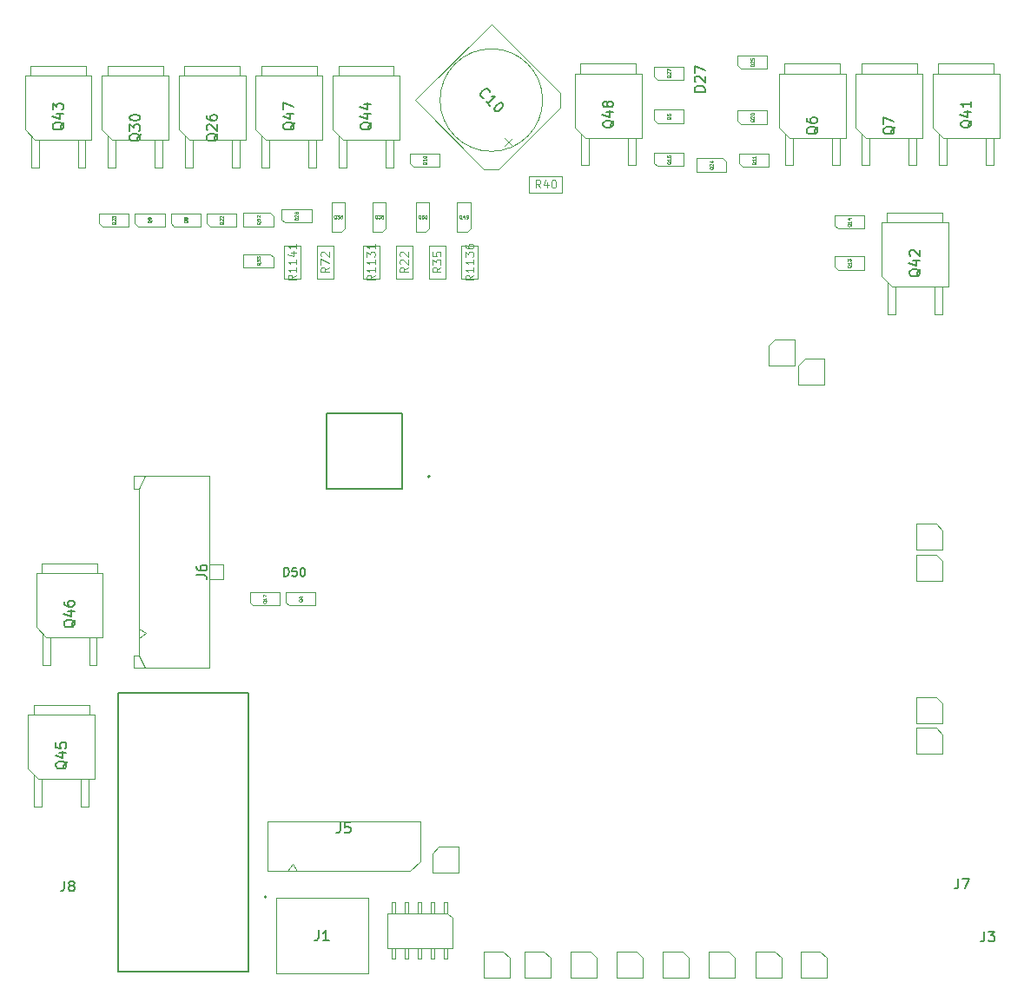
<source format=gbr>
G04 #@! TF.GenerationSoftware,KiCad,Pcbnew,7.0.1*
G04 #@! TF.CreationDate,2023-07-12T00:32:14+03:00*
G04 #@! TF.ProjectId,alphax_4ch,616c7068-6178-45f3-9463-682e6b696361,G*
G04 #@! TF.SameCoordinates,PX141f5e0PYa2cace0*
G04 #@! TF.FileFunction,AssemblyDrawing,Top*
%FSLAX46Y46*%
G04 Gerber Fmt 4.6, Leading zero omitted, Abs format (unit mm)*
G04 Created by KiCad (PCBNEW 7.0.1) date 2023-07-12 00:32:14*
%MOMM*%
%LPD*%
G01*
G04 APERTURE LIST*
%ADD10C,0.120000*%
%ADD11C,0.150000*%
%ADD12C,0.050000*%
%ADD13C,0.170000*%
%ADD14C,0.100000*%
%ADD15C,0.127000*%
%ADD16C,0.200000*%
G04 APERTURE END LIST*
D10*
G04 #@! TO.C,R1136*
X44670095Y68223810D02*
X44289142Y67957143D01*
X44670095Y67766667D02*
X43870095Y67766667D01*
X43870095Y67766667D02*
X43870095Y68071429D01*
X43870095Y68071429D02*
X43908190Y68147619D01*
X43908190Y68147619D02*
X43946285Y68185714D01*
X43946285Y68185714D02*
X44022476Y68223810D01*
X44022476Y68223810D02*
X44136761Y68223810D01*
X44136761Y68223810D02*
X44212952Y68185714D01*
X44212952Y68185714D02*
X44251047Y68147619D01*
X44251047Y68147619D02*
X44289142Y68071429D01*
X44289142Y68071429D02*
X44289142Y67766667D01*
X44670095Y68985714D02*
X44670095Y68528571D01*
X44670095Y68757143D02*
X43870095Y68757143D01*
X43870095Y68757143D02*
X43984380Y68680952D01*
X43984380Y68680952D02*
X44060571Y68604762D01*
X44060571Y68604762D02*
X44098666Y68528571D01*
X44670095Y69747619D02*
X44670095Y69290476D01*
X44670095Y69519048D02*
X43870095Y69519048D01*
X43870095Y69519048D02*
X43984380Y69442857D01*
X43984380Y69442857D02*
X44060571Y69366667D01*
X44060571Y69366667D02*
X44098666Y69290476D01*
X43870095Y70014286D02*
X43870095Y70509524D01*
X43870095Y70509524D02*
X44174857Y70242858D01*
X44174857Y70242858D02*
X44174857Y70357143D01*
X44174857Y70357143D02*
X44212952Y70433334D01*
X44212952Y70433334D02*
X44251047Y70471429D01*
X44251047Y70471429D02*
X44327238Y70509524D01*
X44327238Y70509524D02*
X44517714Y70509524D01*
X44517714Y70509524D02*
X44593904Y70471429D01*
X44593904Y70471429D02*
X44632000Y70433334D01*
X44632000Y70433334D02*
X44670095Y70357143D01*
X44670095Y70357143D02*
X44670095Y70128572D01*
X44670095Y70128572D02*
X44632000Y70052381D01*
X44632000Y70052381D02*
X44593904Y70014286D01*
X43870095Y71195239D02*
X43870095Y71042858D01*
X43870095Y71042858D02*
X43908190Y70966667D01*
X43908190Y70966667D02*
X43946285Y70928572D01*
X43946285Y70928572D02*
X44060571Y70852382D01*
X44060571Y70852382D02*
X44212952Y70814286D01*
X44212952Y70814286D02*
X44517714Y70814286D01*
X44517714Y70814286D02*
X44593904Y70852382D01*
X44593904Y70852382D02*
X44632000Y70890477D01*
X44632000Y70890477D02*
X44670095Y70966667D01*
X44670095Y70966667D02*
X44670095Y71119048D01*
X44670095Y71119048D02*
X44632000Y71195239D01*
X44632000Y71195239D02*
X44593904Y71233334D01*
X44593904Y71233334D02*
X44517714Y71271429D01*
X44517714Y71271429D02*
X44327238Y71271429D01*
X44327238Y71271429D02*
X44251047Y71233334D01*
X44251047Y71233334D02*
X44212952Y71195239D01*
X44212952Y71195239D02*
X44174857Y71119048D01*
X44174857Y71119048D02*
X44174857Y70966667D01*
X44174857Y70966667D02*
X44212952Y70890477D01*
X44212952Y70890477D02*
X44251047Y70852382D01*
X44251047Y70852382D02*
X44327238Y70814286D01*
D11*
G04 #@! TO.C,J8*
X4769666Y9156381D02*
X4769666Y8442096D01*
X4769666Y8442096D02*
X4722047Y8299239D01*
X4722047Y8299239D02*
X4626809Y8204000D01*
X4626809Y8204000D02*
X4483952Y8156381D01*
X4483952Y8156381D02*
X4388714Y8156381D01*
X5388714Y8727810D02*
X5293476Y8775429D01*
X5293476Y8775429D02*
X5245857Y8823048D01*
X5245857Y8823048D02*
X5198238Y8918286D01*
X5198238Y8918286D02*
X5198238Y8965905D01*
X5198238Y8965905D02*
X5245857Y9061143D01*
X5245857Y9061143D02*
X5293476Y9108762D01*
X5293476Y9108762D02*
X5388714Y9156381D01*
X5388714Y9156381D02*
X5579190Y9156381D01*
X5579190Y9156381D02*
X5674428Y9108762D01*
X5674428Y9108762D02*
X5722047Y9061143D01*
X5722047Y9061143D02*
X5769666Y8965905D01*
X5769666Y8965905D02*
X5769666Y8918286D01*
X5769666Y8918286D02*
X5722047Y8823048D01*
X5722047Y8823048D02*
X5674428Y8775429D01*
X5674428Y8775429D02*
X5579190Y8727810D01*
X5579190Y8727810D02*
X5388714Y8727810D01*
X5388714Y8727810D02*
X5293476Y8680191D01*
X5293476Y8680191D02*
X5245857Y8632572D01*
X5245857Y8632572D02*
X5198238Y8537334D01*
X5198238Y8537334D02*
X5198238Y8346858D01*
X5198238Y8346858D02*
X5245857Y8251620D01*
X5245857Y8251620D02*
X5293476Y8204000D01*
X5293476Y8204000D02*
X5388714Y8156381D01*
X5388714Y8156381D02*
X5579190Y8156381D01*
X5579190Y8156381D02*
X5674428Y8204000D01*
X5674428Y8204000D02*
X5722047Y8251620D01*
X5722047Y8251620D02*
X5769666Y8346858D01*
X5769666Y8346858D02*
X5769666Y8537334D01*
X5769666Y8537334D02*
X5722047Y8632572D01*
X5722047Y8632572D02*
X5674428Y8680191D01*
X5674428Y8680191D02*
X5579190Y8727810D01*
G04 #@! TO.C,Q47*
X27237857Y83128572D02*
X27190238Y83033334D01*
X27190238Y83033334D02*
X27095000Y82938096D01*
X27095000Y82938096D02*
X26952142Y82795239D01*
X26952142Y82795239D02*
X26904523Y82700001D01*
X26904523Y82700001D02*
X26904523Y82604763D01*
X27142619Y82652382D02*
X27095000Y82557144D01*
X27095000Y82557144D02*
X26999761Y82461906D01*
X26999761Y82461906D02*
X26809285Y82414287D01*
X26809285Y82414287D02*
X26475952Y82414287D01*
X26475952Y82414287D02*
X26285476Y82461906D01*
X26285476Y82461906D02*
X26190238Y82557144D01*
X26190238Y82557144D02*
X26142619Y82652382D01*
X26142619Y82652382D02*
X26142619Y82842858D01*
X26142619Y82842858D02*
X26190238Y82938096D01*
X26190238Y82938096D02*
X26285476Y83033334D01*
X26285476Y83033334D02*
X26475952Y83080953D01*
X26475952Y83080953D02*
X26809285Y83080953D01*
X26809285Y83080953D02*
X26999761Y83033334D01*
X26999761Y83033334D02*
X27095000Y82938096D01*
X27095000Y82938096D02*
X27142619Y82842858D01*
X27142619Y82842858D02*
X27142619Y82652382D01*
X26475952Y83938096D02*
X27142619Y83938096D01*
X26095000Y83700001D02*
X26809285Y83461906D01*
X26809285Y83461906D02*
X26809285Y84080953D01*
X26142619Y84366668D02*
X26142619Y85033334D01*
X26142619Y85033334D02*
X27142619Y84604763D01*
G04 #@! TO.C,J5*
X31666666Y14837381D02*
X31666666Y14123096D01*
X31666666Y14123096D02*
X31619047Y13980239D01*
X31619047Y13980239D02*
X31523809Y13885000D01*
X31523809Y13885000D02*
X31380952Y13837381D01*
X31380952Y13837381D02*
X31285714Y13837381D01*
X32619047Y14837381D02*
X32142857Y14837381D01*
X32142857Y14837381D02*
X32095238Y14361191D01*
X32095238Y14361191D02*
X32142857Y14408810D01*
X32142857Y14408810D02*
X32238095Y14456429D01*
X32238095Y14456429D02*
X32476190Y14456429D01*
X32476190Y14456429D02*
X32571428Y14408810D01*
X32571428Y14408810D02*
X32619047Y14361191D01*
X32619047Y14361191D02*
X32666666Y14265953D01*
X32666666Y14265953D02*
X32666666Y14027858D01*
X32666666Y14027858D02*
X32619047Y13932620D01*
X32619047Y13932620D02*
X32571428Y13885000D01*
X32571428Y13885000D02*
X32476190Y13837381D01*
X32476190Y13837381D02*
X32238095Y13837381D01*
X32238095Y13837381D02*
X32142857Y13885000D01*
X32142857Y13885000D02*
X32095238Y13932620D01*
D12*
G04 #@! TO.C,Q13*
X81478514Y69217143D02*
X81463276Y69186667D01*
X81463276Y69186667D02*
X81432800Y69156191D01*
X81432800Y69156191D02*
X81387085Y69110477D01*
X81387085Y69110477D02*
X81371847Y69080000D01*
X81371847Y69080000D02*
X81371847Y69049524D01*
X81448038Y69064762D02*
X81432800Y69034286D01*
X81432800Y69034286D02*
X81402323Y69003810D01*
X81402323Y69003810D02*
X81341371Y68988572D01*
X81341371Y68988572D02*
X81234704Y68988572D01*
X81234704Y68988572D02*
X81173752Y69003810D01*
X81173752Y69003810D02*
X81143276Y69034286D01*
X81143276Y69034286D02*
X81128038Y69064762D01*
X81128038Y69064762D02*
X81128038Y69125715D01*
X81128038Y69125715D02*
X81143276Y69156191D01*
X81143276Y69156191D02*
X81173752Y69186667D01*
X81173752Y69186667D02*
X81234704Y69201905D01*
X81234704Y69201905D02*
X81341371Y69201905D01*
X81341371Y69201905D02*
X81402323Y69186667D01*
X81402323Y69186667D02*
X81432800Y69156191D01*
X81432800Y69156191D02*
X81448038Y69125715D01*
X81448038Y69125715D02*
X81448038Y69064762D01*
X81448038Y69506667D02*
X81448038Y69323810D01*
X81448038Y69415238D02*
X81128038Y69415238D01*
X81128038Y69415238D02*
X81173752Y69384762D01*
X81173752Y69384762D02*
X81204228Y69354286D01*
X81204228Y69354286D02*
X81219466Y69323810D01*
X81128038Y69613334D02*
X81128038Y69811429D01*
X81128038Y69811429D02*
X81249942Y69704762D01*
X81249942Y69704762D02*
X81249942Y69750477D01*
X81249942Y69750477D02*
X81265180Y69780953D01*
X81265180Y69780953D02*
X81280419Y69796191D01*
X81280419Y69796191D02*
X81310895Y69811429D01*
X81310895Y69811429D02*
X81387085Y69811429D01*
X81387085Y69811429D02*
X81417561Y69796191D01*
X81417561Y69796191D02*
X81432800Y69780953D01*
X81432800Y69780953D02*
X81448038Y69750477D01*
X81448038Y69750477D02*
X81448038Y69659048D01*
X81448038Y69659048D02*
X81432800Y69628572D01*
X81432800Y69628572D02*
X81417561Y69613334D01*
G04 #@! TO.C,Q49*
X43517142Y73721486D02*
X43486666Y73736724D01*
X43486666Y73736724D02*
X43456190Y73767200D01*
X43456190Y73767200D02*
X43410476Y73812915D01*
X43410476Y73812915D02*
X43379999Y73828153D01*
X43379999Y73828153D02*
X43349523Y73828153D01*
X43364761Y73751962D02*
X43334285Y73767200D01*
X43334285Y73767200D02*
X43303809Y73797677D01*
X43303809Y73797677D02*
X43288571Y73858629D01*
X43288571Y73858629D02*
X43288571Y73965296D01*
X43288571Y73965296D02*
X43303809Y74026248D01*
X43303809Y74026248D02*
X43334285Y74056724D01*
X43334285Y74056724D02*
X43364761Y74071962D01*
X43364761Y74071962D02*
X43425714Y74071962D01*
X43425714Y74071962D02*
X43456190Y74056724D01*
X43456190Y74056724D02*
X43486666Y74026248D01*
X43486666Y74026248D02*
X43501904Y73965296D01*
X43501904Y73965296D02*
X43501904Y73858629D01*
X43501904Y73858629D02*
X43486666Y73797677D01*
X43486666Y73797677D02*
X43456190Y73767200D01*
X43456190Y73767200D02*
X43425714Y73751962D01*
X43425714Y73751962D02*
X43364761Y73751962D01*
X43776190Y73965296D02*
X43776190Y73751962D01*
X43699999Y74087200D02*
X43623809Y73858629D01*
X43623809Y73858629D02*
X43821904Y73858629D01*
X43959047Y73751962D02*
X44019999Y73751962D01*
X44019999Y73751962D02*
X44050476Y73767200D01*
X44050476Y73767200D02*
X44065714Y73782439D01*
X44065714Y73782439D02*
X44096190Y73828153D01*
X44096190Y73828153D02*
X44111428Y73889105D01*
X44111428Y73889105D02*
X44111428Y74011010D01*
X44111428Y74011010D02*
X44096190Y74041486D01*
X44096190Y74041486D02*
X44080952Y74056724D01*
X44080952Y74056724D02*
X44050476Y74071962D01*
X44050476Y74071962D02*
X43989523Y74071962D01*
X43989523Y74071962D02*
X43959047Y74056724D01*
X43959047Y74056724D02*
X43943809Y74041486D01*
X43943809Y74041486D02*
X43928571Y74011010D01*
X43928571Y74011010D02*
X43928571Y73934820D01*
X43928571Y73934820D02*
X43943809Y73904343D01*
X43943809Y73904343D02*
X43959047Y73889105D01*
X43959047Y73889105D02*
X43989523Y73873867D01*
X43989523Y73873867D02*
X44050476Y73873867D01*
X44050476Y73873867D02*
X44080952Y73889105D01*
X44080952Y73889105D02*
X44096190Y73904343D01*
X44096190Y73904343D02*
X44111428Y73934820D01*
D11*
G04 #@! TO.C,Q48*
X58357857Y83328572D02*
X58310238Y83233334D01*
X58310238Y83233334D02*
X58215000Y83138096D01*
X58215000Y83138096D02*
X58072142Y82995239D01*
X58072142Y82995239D02*
X58024523Y82900001D01*
X58024523Y82900001D02*
X58024523Y82804763D01*
X58262619Y82852382D02*
X58215000Y82757144D01*
X58215000Y82757144D02*
X58119761Y82661906D01*
X58119761Y82661906D02*
X57929285Y82614287D01*
X57929285Y82614287D02*
X57595952Y82614287D01*
X57595952Y82614287D02*
X57405476Y82661906D01*
X57405476Y82661906D02*
X57310238Y82757144D01*
X57310238Y82757144D02*
X57262619Y82852382D01*
X57262619Y82852382D02*
X57262619Y83042858D01*
X57262619Y83042858D02*
X57310238Y83138096D01*
X57310238Y83138096D02*
X57405476Y83233334D01*
X57405476Y83233334D02*
X57595952Y83280953D01*
X57595952Y83280953D02*
X57929285Y83280953D01*
X57929285Y83280953D02*
X58119761Y83233334D01*
X58119761Y83233334D02*
X58215000Y83138096D01*
X58215000Y83138096D02*
X58262619Y83042858D01*
X58262619Y83042858D02*
X58262619Y82852382D01*
X57595952Y84138096D02*
X58262619Y84138096D01*
X57215000Y83900001D02*
X57929285Y83661906D01*
X57929285Y83661906D02*
X57929285Y84280953D01*
X57691190Y84804763D02*
X57643571Y84709525D01*
X57643571Y84709525D02*
X57595952Y84661906D01*
X57595952Y84661906D02*
X57500714Y84614287D01*
X57500714Y84614287D02*
X57453095Y84614287D01*
X57453095Y84614287D02*
X57357857Y84661906D01*
X57357857Y84661906D02*
X57310238Y84709525D01*
X57310238Y84709525D02*
X57262619Y84804763D01*
X57262619Y84804763D02*
X57262619Y84995239D01*
X57262619Y84995239D02*
X57310238Y85090477D01*
X57310238Y85090477D02*
X57357857Y85138096D01*
X57357857Y85138096D02*
X57453095Y85185715D01*
X57453095Y85185715D02*
X57500714Y85185715D01*
X57500714Y85185715D02*
X57595952Y85138096D01*
X57595952Y85138096D02*
X57643571Y85090477D01*
X57643571Y85090477D02*
X57691190Y84995239D01*
X57691190Y84995239D02*
X57691190Y84804763D01*
X57691190Y84804763D02*
X57738809Y84709525D01*
X57738809Y84709525D02*
X57786428Y84661906D01*
X57786428Y84661906D02*
X57881666Y84614287D01*
X57881666Y84614287D02*
X58072142Y84614287D01*
X58072142Y84614287D02*
X58167380Y84661906D01*
X58167380Y84661906D02*
X58215000Y84709525D01*
X58215000Y84709525D02*
X58262619Y84804763D01*
X58262619Y84804763D02*
X58262619Y84995239D01*
X58262619Y84995239D02*
X58215000Y85090477D01*
X58215000Y85090477D02*
X58167380Y85138096D01*
X58167380Y85138096D02*
X58072142Y85185715D01*
X58072142Y85185715D02*
X57881666Y85185715D01*
X57881666Y85185715D02*
X57786428Y85138096D01*
X57786428Y85138096D02*
X57738809Y85090477D01*
X57738809Y85090477D02*
X57691190Y84995239D01*
D12*
G04 #@! TO.C,D28*
X27558037Y73611429D02*
X27238037Y73611429D01*
X27238037Y73611429D02*
X27238037Y73687619D01*
X27238037Y73687619D02*
X27253275Y73733334D01*
X27253275Y73733334D02*
X27283751Y73763810D01*
X27283751Y73763810D02*
X27314227Y73779048D01*
X27314227Y73779048D02*
X27375179Y73794286D01*
X27375179Y73794286D02*
X27420894Y73794286D01*
X27420894Y73794286D02*
X27481846Y73779048D01*
X27481846Y73779048D02*
X27512322Y73763810D01*
X27512322Y73763810D02*
X27542799Y73733334D01*
X27542799Y73733334D02*
X27558037Y73687619D01*
X27558037Y73687619D02*
X27558037Y73611429D01*
X27268513Y73916191D02*
X27253275Y73931429D01*
X27253275Y73931429D02*
X27238037Y73961905D01*
X27238037Y73961905D02*
X27238037Y74038096D01*
X27238037Y74038096D02*
X27253275Y74068572D01*
X27253275Y74068572D02*
X27268513Y74083810D01*
X27268513Y74083810D02*
X27298989Y74099048D01*
X27298989Y74099048D02*
X27329465Y74099048D01*
X27329465Y74099048D02*
X27375179Y74083810D01*
X27375179Y74083810D02*
X27558037Y73900953D01*
X27558037Y73900953D02*
X27558037Y74099048D01*
X27375179Y74281905D02*
X27359941Y74251429D01*
X27359941Y74251429D02*
X27344703Y74236191D01*
X27344703Y74236191D02*
X27314227Y74220953D01*
X27314227Y74220953D02*
X27298989Y74220953D01*
X27298989Y74220953D02*
X27268513Y74236191D01*
X27268513Y74236191D02*
X27253275Y74251429D01*
X27253275Y74251429D02*
X27238037Y74281905D01*
X27238037Y74281905D02*
X27238037Y74342858D01*
X27238037Y74342858D02*
X27253275Y74373334D01*
X27253275Y74373334D02*
X27268513Y74388572D01*
X27268513Y74388572D02*
X27298989Y74403810D01*
X27298989Y74403810D02*
X27314227Y74403810D01*
X27314227Y74403810D02*
X27344703Y74388572D01*
X27344703Y74388572D02*
X27359941Y74373334D01*
X27359941Y74373334D02*
X27375179Y74342858D01*
X27375179Y74342858D02*
X27375179Y74281905D01*
X27375179Y74281905D02*
X27390418Y74251429D01*
X27390418Y74251429D02*
X27405656Y74236191D01*
X27405656Y74236191D02*
X27436132Y74220953D01*
X27436132Y74220953D02*
X27497084Y74220953D01*
X27497084Y74220953D02*
X27527560Y74236191D01*
X27527560Y74236191D02*
X27542799Y74251429D01*
X27542799Y74251429D02*
X27558037Y74281905D01*
X27558037Y74281905D02*
X27558037Y74342858D01*
X27558037Y74342858D02*
X27542799Y74373334D01*
X27542799Y74373334D02*
X27527560Y74388572D01*
X27527560Y74388572D02*
X27497084Y74403810D01*
X27497084Y74403810D02*
X27436132Y74403810D01*
X27436132Y74403810D02*
X27405656Y74388572D01*
X27405656Y74388572D02*
X27390418Y74373334D01*
X27390418Y74373334D02*
X27375179Y74342858D01*
G04 #@! TO.C,Q35*
X35279642Y73721486D02*
X35249166Y73736724D01*
X35249166Y73736724D02*
X35218690Y73767200D01*
X35218690Y73767200D02*
X35172976Y73812915D01*
X35172976Y73812915D02*
X35142499Y73828153D01*
X35142499Y73828153D02*
X35112023Y73828153D01*
X35127261Y73751962D02*
X35096785Y73767200D01*
X35096785Y73767200D02*
X35066309Y73797677D01*
X35066309Y73797677D02*
X35051071Y73858629D01*
X35051071Y73858629D02*
X35051071Y73965296D01*
X35051071Y73965296D02*
X35066309Y74026248D01*
X35066309Y74026248D02*
X35096785Y74056724D01*
X35096785Y74056724D02*
X35127261Y74071962D01*
X35127261Y74071962D02*
X35188214Y74071962D01*
X35188214Y74071962D02*
X35218690Y74056724D01*
X35218690Y74056724D02*
X35249166Y74026248D01*
X35249166Y74026248D02*
X35264404Y73965296D01*
X35264404Y73965296D02*
X35264404Y73858629D01*
X35264404Y73858629D02*
X35249166Y73797677D01*
X35249166Y73797677D02*
X35218690Y73767200D01*
X35218690Y73767200D02*
X35188214Y73751962D01*
X35188214Y73751962D02*
X35127261Y73751962D01*
X35371071Y74071962D02*
X35569166Y74071962D01*
X35569166Y74071962D02*
X35462499Y73950058D01*
X35462499Y73950058D02*
X35508214Y73950058D01*
X35508214Y73950058D02*
X35538690Y73934820D01*
X35538690Y73934820D02*
X35553928Y73919581D01*
X35553928Y73919581D02*
X35569166Y73889105D01*
X35569166Y73889105D02*
X35569166Y73812915D01*
X35569166Y73812915D02*
X35553928Y73782439D01*
X35553928Y73782439D02*
X35538690Y73767200D01*
X35538690Y73767200D02*
X35508214Y73751962D01*
X35508214Y73751962D02*
X35416785Y73751962D01*
X35416785Y73751962D02*
X35386309Y73767200D01*
X35386309Y73767200D02*
X35371071Y73782439D01*
X35858690Y74071962D02*
X35706309Y74071962D01*
X35706309Y74071962D02*
X35691071Y73919581D01*
X35691071Y73919581D02*
X35706309Y73934820D01*
X35706309Y73934820D02*
X35736785Y73950058D01*
X35736785Y73950058D02*
X35812976Y73950058D01*
X35812976Y73950058D02*
X35843452Y73934820D01*
X35843452Y73934820D02*
X35858690Y73919581D01*
X35858690Y73919581D02*
X35873928Y73889105D01*
X35873928Y73889105D02*
X35873928Y73812915D01*
X35873928Y73812915D02*
X35858690Y73782439D01*
X35858690Y73782439D02*
X35843452Y73767200D01*
X35843452Y73767200D02*
X35812976Y73751962D01*
X35812976Y73751962D02*
X35736785Y73751962D01*
X35736785Y73751962D02*
X35706309Y73767200D01*
X35706309Y73767200D02*
X35691071Y73782439D01*
D11*
G04 #@! TO.C,J1*
X29566666Y4352381D02*
X29566666Y3638096D01*
X29566666Y3638096D02*
X29519047Y3495239D01*
X29519047Y3495239D02*
X29423809Y3400000D01*
X29423809Y3400000D02*
X29280952Y3352381D01*
X29280952Y3352381D02*
X29185714Y3352381D01*
X30566666Y3352381D02*
X29995238Y3352381D01*
X30280952Y3352381D02*
X30280952Y4352381D01*
X30280952Y4352381D02*
X30185714Y4209524D01*
X30185714Y4209524D02*
X30090476Y4114286D01*
X30090476Y4114286D02*
X29995238Y4066667D01*
G04 #@! TO.C,Q45*
X5057857Y20828572D02*
X5010238Y20733334D01*
X5010238Y20733334D02*
X4915000Y20638096D01*
X4915000Y20638096D02*
X4772142Y20495239D01*
X4772142Y20495239D02*
X4724523Y20400001D01*
X4724523Y20400001D02*
X4724523Y20304763D01*
X4962619Y20352382D02*
X4915000Y20257144D01*
X4915000Y20257144D02*
X4819761Y20161906D01*
X4819761Y20161906D02*
X4629285Y20114287D01*
X4629285Y20114287D02*
X4295952Y20114287D01*
X4295952Y20114287D02*
X4105476Y20161906D01*
X4105476Y20161906D02*
X4010238Y20257144D01*
X4010238Y20257144D02*
X3962619Y20352382D01*
X3962619Y20352382D02*
X3962619Y20542858D01*
X3962619Y20542858D02*
X4010238Y20638096D01*
X4010238Y20638096D02*
X4105476Y20733334D01*
X4105476Y20733334D02*
X4295952Y20780953D01*
X4295952Y20780953D02*
X4629285Y20780953D01*
X4629285Y20780953D02*
X4819761Y20733334D01*
X4819761Y20733334D02*
X4915000Y20638096D01*
X4915000Y20638096D02*
X4962619Y20542858D01*
X4962619Y20542858D02*
X4962619Y20352382D01*
X4295952Y21638096D02*
X4962619Y21638096D01*
X3915000Y21400001D02*
X4629285Y21161906D01*
X4629285Y21161906D02*
X4629285Y21780953D01*
X3962619Y22638096D02*
X3962619Y22161906D01*
X3962619Y22161906D02*
X4438809Y22114287D01*
X4438809Y22114287D02*
X4391190Y22161906D01*
X4391190Y22161906D02*
X4343571Y22257144D01*
X4343571Y22257144D02*
X4343571Y22495239D01*
X4343571Y22495239D02*
X4391190Y22590477D01*
X4391190Y22590477D02*
X4438809Y22638096D01*
X4438809Y22638096D02*
X4534047Y22685715D01*
X4534047Y22685715D02*
X4772142Y22685715D01*
X4772142Y22685715D02*
X4867380Y22638096D01*
X4867380Y22638096D02*
X4915000Y22590477D01*
X4915000Y22590477D02*
X4962619Y22495239D01*
X4962619Y22495239D02*
X4962619Y22257144D01*
X4962619Y22257144D02*
X4915000Y22161906D01*
X4915000Y22161906D02*
X4867380Y22114287D01*
D12*
G04 #@! TO.C,Q8*
X16778514Y73569524D02*
X16763276Y73539048D01*
X16763276Y73539048D02*
X16732800Y73508572D01*
X16732800Y73508572D02*
X16687085Y73462858D01*
X16687085Y73462858D02*
X16671847Y73432381D01*
X16671847Y73432381D02*
X16671847Y73401905D01*
X16748038Y73417143D02*
X16732800Y73386667D01*
X16732800Y73386667D02*
X16702323Y73356191D01*
X16702323Y73356191D02*
X16641371Y73340953D01*
X16641371Y73340953D02*
X16534704Y73340953D01*
X16534704Y73340953D02*
X16473752Y73356191D01*
X16473752Y73356191D02*
X16443276Y73386667D01*
X16443276Y73386667D02*
X16428038Y73417143D01*
X16428038Y73417143D02*
X16428038Y73478096D01*
X16428038Y73478096D02*
X16443276Y73508572D01*
X16443276Y73508572D02*
X16473752Y73539048D01*
X16473752Y73539048D02*
X16534704Y73554286D01*
X16534704Y73554286D02*
X16641371Y73554286D01*
X16641371Y73554286D02*
X16702323Y73539048D01*
X16702323Y73539048D02*
X16732800Y73508572D01*
X16732800Y73508572D02*
X16748038Y73478096D01*
X16748038Y73478096D02*
X16748038Y73417143D01*
X16565180Y73737143D02*
X16549942Y73706667D01*
X16549942Y73706667D02*
X16534704Y73691429D01*
X16534704Y73691429D02*
X16504228Y73676191D01*
X16504228Y73676191D02*
X16488990Y73676191D01*
X16488990Y73676191D02*
X16458514Y73691429D01*
X16458514Y73691429D02*
X16443276Y73706667D01*
X16443276Y73706667D02*
X16428038Y73737143D01*
X16428038Y73737143D02*
X16428038Y73798096D01*
X16428038Y73798096D02*
X16443276Y73828572D01*
X16443276Y73828572D02*
X16458514Y73843810D01*
X16458514Y73843810D02*
X16488990Y73859048D01*
X16488990Y73859048D02*
X16504228Y73859048D01*
X16504228Y73859048D02*
X16534704Y73843810D01*
X16534704Y73843810D02*
X16549942Y73828572D01*
X16549942Y73828572D02*
X16565180Y73798096D01*
X16565180Y73798096D02*
X16565180Y73737143D01*
X16565180Y73737143D02*
X16580419Y73706667D01*
X16580419Y73706667D02*
X16595657Y73691429D01*
X16595657Y73691429D02*
X16626133Y73676191D01*
X16626133Y73676191D02*
X16687085Y73676191D01*
X16687085Y73676191D02*
X16717561Y73691429D01*
X16717561Y73691429D02*
X16732800Y73706667D01*
X16732800Y73706667D02*
X16748038Y73737143D01*
X16748038Y73737143D02*
X16748038Y73798096D01*
X16748038Y73798096D02*
X16732800Y73828572D01*
X16732800Y73828572D02*
X16717561Y73843810D01*
X16717561Y73843810D02*
X16687085Y73859048D01*
X16687085Y73859048D02*
X16626133Y73859048D01*
X16626133Y73859048D02*
X16595657Y73843810D01*
X16595657Y73843810D02*
X16580419Y73828572D01*
X16580419Y73828572D02*
X16565180Y73798096D01*
G04 #@! TO.C,Q4*
X27978514Y36627105D02*
X27963276Y36596629D01*
X27963276Y36596629D02*
X27932800Y36566153D01*
X27932800Y36566153D02*
X27887085Y36520439D01*
X27887085Y36520439D02*
X27871847Y36489962D01*
X27871847Y36489962D02*
X27871847Y36459486D01*
X27948038Y36474724D02*
X27932800Y36444248D01*
X27932800Y36444248D02*
X27902323Y36413772D01*
X27902323Y36413772D02*
X27841371Y36398534D01*
X27841371Y36398534D02*
X27734704Y36398534D01*
X27734704Y36398534D02*
X27673752Y36413772D01*
X27673752Y36413772D02*
X27643276Y36444248D01*
X27643276Y36444248D02*
X27628038Y36474724D01*
X27628038Y36474724D02*
X27628038Y36535677D01*
X27628038Y36535677D02*
X27643276Y36566153D01*
X27643276Y36566153D02*
X27673752Y36596629D01*
X27673752Y36596629D02*
X27734704Y36611867D01*
X27734704Y36611867D02*
X27841371Y36611867D01*
X27841371Y36611867D02*
X27902323Y36596629D01*
X27902323Y36596629D02*
X27932800Y36566153D01*
X27932800Y36566153D02*
X27948038Y36535677D01*
X27948038Y36535677D02*
X27948038Y36474724D01*
X27734704Y36886153D02*
X27948038Y36886153D01*
X27612800Y36809962D02*
X27841371Y36733772D01*
X27841371Y36733772D02*
X27841371Y36931867D01*
G04 #@! TO.C,Q15*
X63878514Y79317143D02*
X63863276Y79286667D01*
X63863276Y79286667D02*
X63832800Y79256191D01*
X63832800Y79256191D02*
X63787085Y79210477D01*
X63787085Y79210477D02*
X63771847Y79180000D01*
X63771847Y79180000D02*
X63771847Y79149524D01*
X63848038Y79164762D02*
X63832800Y79134286D01*
X63832800Y79134286D02*
X63802323Y79103810D01*
X63802323Y79103810D02*
X63741371Y79088572D01*
X63741371Y79088572D02*
X63634704Y79088572D01*
X63634704Y79088572D02*
X63573752Y79103810D01*
X63573752Y79103810D02*
X63543276Y79134286D01*
X63543276Y79134286D02*
X63528038Y79164762D01*
X63528038Y79164762D02*
X63528038Y79225715D01*
X63528038Y79225715D02*
X63543276Y79256191D01*
X63543276Y79256191D02*
X63573752Y79286667D01*
X63573752Y79286667D02*
X63634704Y79301905D01*
X63634704Y79301905D02*
X63741371Y79301905D01*
X63741371Y79301905D02*
X63802323Y79286667D01*
X63802323Y79286667D02*
X63832800Y79256191D01*
X63832800Y79256191D02*
X63848038Y79225715D01*
X63848038Y79225715D02*
X63848038Y79164762D01*
X63848038Y79606667D02*
X63848038Y79423810D01*
X63848038Y79515238D02*
X63528038Y79515238D01*
X63528038Y79515238D02*
X63573752Y79484762D01*
X63573752Y79484762D02*
X63604228Y79454286D01*
X63604228Y79454286D02*
X63619466Y79423810D01*
X63528038Y79896191D02*
X63528038Y79743810D01*
X63528038Y79743810D02*
X63680419Y79728572D01*
X63680419Y79728572D02*
X63665180Y79743810D01*
X63665180Y79743810D02*
X63649942Y79774286D01*
X63649942Y79774286D02*
X63649942Y79850477D01*
X63649942Y79850477D02*
X63665180Y79880953D01*
X63665180Y79880953D02*
X63680419Y79896191D01*
X63680419Y79896191D02*
X63710895Y79911429D01*
X63710895Y79911429D02*
X63787085Y79911429D01*
X63787085Y79911429D02*
X63817561Y79896191D01*
X63817561Y79896191D02*
X63832800Y79880953D01*
X63832800Y79880953D02*
X63848038Y79850477D01*
X63848038Y79850477D02*
X63848038Y79774286D01*
X63848038Y79774286D02*
X63832800Y79743810D01*
X63832800Y79743810D02*
X63817561Y79728572D01*
D11*
G04 #@! TO.C,Q30*
X12237857Y82028572D02*
X12190238Y81933334D01*
X12190238Y81933334D02*
X12095000Y81838096D01*
X12095000Y81838096D02*
X11952142Y81695239D01*
X11952142Y81695239D02*
X11904523Y81600001D01*
X11904523Y81600001D02*
X11904523Y81504763D01*
X12142619Y81552382D02*
X12095000Y81457144D01*
X12095000Y81457144D02*
X11999761Y81361906D01*
X11999761Y81361906D02*
X11809285Y81314287D01*
X11809285Y81314287D02*
X11475952Y81314287D01*
X11475952Y81314287D02*
X11285476Y81361906D01*
X11285476Y81361906D02*
X11190238Y81457144D01*
X11190238Y81457144D02*
X11142619Y81552382D01*
X11142619Y81552382D02*
X11142619Y81742858D01*
X11142619Y81742858D02*
X11190238Y81838096D01*
X11190238Y81838096D02*
X11285476Y81933334D01*
X11285476Y81933334D02*
X11475952Y81980953D01*
X11475952Y81980953D02*
X11809285Y81980953D01*
X11809285Y81980953D02*
X11999761Y81933334D01*
X11999761Y81933334D02*
X12095000Y81838096D01*
X12095000Y81838096D02*
X12142619Y81742858D01*
X12142619Y81742858D02*
X12142619Y81552382D01*
X11142619Y82314287D02*
X11142619Y82933334D01*
X11142619Y82933334D02*
X11523571Y82600001D01*
X11523571Y82600001D02*
X11523571Y82742858D01*
X11523571Y82742858D02*
X11571190Y82838096D01*
X11571190Y82838096D02*
X11618809Y82885715D01*
X11618809Y82885715D02*
X11714047Y82933334D01*
X11714047Y82933334D02*
X11952142Y82933334D01*
X11952142Y82933334D02*
X12047380Y82885715D01*
X12047380Y82885715D02*
X12095000Y82838096D01*
X12095000Y82838096D02*
X12142619Y82742858D01*
X12142619Y82742858D02*
X12142619Y82457144D01*
X12142619Y82457144D02*
X12095000Y82361906D01*
X12095000Y82361906D02*
X12047380Y82314287D01*
X11142619Y83552382D02*
X11142619Y83647620D01*
X11142619Y83647620D02*
X11190238Y83742858D01*
X11190238Y83742858D02*
X11237857Y83790477D01*
X11237857Y83790477D02*
X11333095Y83838096D01*
X11333095Y83838096D02*
X11523571Y83885715D01*
X11523571Y83885715D02*
X11761666Y83885715D01*
X11761666Y83885715D02*
X11952142Y83838096D01*
X11952142Y83838096D02*
X12047380Y83790477D01*
X12047380Y83790477D02*
X12095000Y83742858D01*
X12095000Y83742858D02*
X12142619Y83647620D01*
X12142619Y83647620D02*
X12142619Y83552382D01*
X12142619Y83552382D02*
X12095000Y83457144D01*
X12095000Y83457144D02*
X12047380Y83409525D01*
X12047380Y83409525D02*
X11952142Y83361906D01*
X11952142Y83361906D02*
X11761666Y83314287D01*
X11761666Y83314287D02*
X11523571Y83314287D01*
X11523571Y83314287D02*
X11333095Y83361906D01*
X11333095Y83361906D02*
X11237857Y83409525D01*
X11237857Y83409525D02*
X11190238Y83457144D01*
X11190238Y83457144D02*
X11142619Y83552382D01*
G04 #@! TO.C,J6*
X17662619Y38966667D02*
X18376904Y38966667D01*
X18376904Y38966667D02*
X18519761Y38919048D01*
X18519761Y38919048D02*
X18615000Y38823810D01*
X18615000Y38823810D02*
X18662619Y38680953D01*
X18662619Y38680953D02*
X18662619Y38585715D01*
X17662619Y39871429D02*
X17662619Y39680953D01*
X17662619Y39680953D02*
X17710238Y39585715D01*
X17710238Y39585715D02*
X17757857Y39538096D01*
X17757857Y39538096D02*
X17900714Y39442858D01*
X17900714Y39442858D02*
X18091190Y39395239D01*
X18091190Y39395239D02*
X18472142Y39395239D01*
X18472142Y39395239D02*
X18567380Y39442858D01*
X18567380Y39442858D02*
X18615000Y39490477D01*
X18615000Y39490477D02*
X18662619Y39585715D01*
X18662619Y39585715D02*
X18662619Y39776191D01*
X18662619Y39776191D02*
X18615000Y39871429D01*
X18615000Y39871429D02*
X18567380Y39919048D01*
X18567380Y39919048D02*
X18472142Y39966667D01*
X18472142Y39966667D02*
X18234047Y39966667D01*
X18234047Y39966667D02*
X18138809Y39919048D01*
X18138809Y39919048D02*
X18091190Y39871429D01*
X18091190Y39871429D02*
X18043571Y39776191D01*
X18043571Y39776191D02*
X18043571Y39585715D01*
X18043571Y39585715D02*
X18091190Y39490477D01*
X18091190Y39490477D02*
X18138809Y39442858D01*
X18138809Y39442858D02*
X18234047Y39395239D01*
D10*
G04 #@! TO.C,R35*
X41470095Y68985715D02*
X41089142Y68719048D01*
X41470095Y68528572D02*
X40670095Y68528572D01*
X40670095Y68528572D02*
X40670095Y68833334D01*
X40670095Y68833334D02*
X40708190Y68909524D01*
X40708190Y68909524D02*
X40746285Y68947619D01*
X40746285Y68947619D02*
X40822476Y68985715D01*
X40822476Y68985715D02*
X40936761Y68985715D01*
X40936761Y68985715D02*
X41012952Y68947619D01*
X41012952Y68947619D02*
X41051047Y68909524D01*
X41051047Y68909524D02*
X41089142Y68833334D01*
X41089142Y68833334D02*
X41089142Y68528572D01*
X40670095Y69252381D02*
X40670095Y69747619D01*
X40670095Y69747619D02*
X40974857Y69480953D01*
X40974857Y69480953D02*
X40974857Y69595238D01*
X40974857Y69595238D02*
X41012952Y69671429D01*
X41012952Y69671429D02*
X41051047Y69709524D01*
X41051047Y69709524D02*
X41127238Y69747619D01*
X41127238Y69747619D02*
X41317714Y69747619D01*
X41317714Y69747619D02*
X41393904Y69709524D01*
X41393904Y69709524D02*
X41432000Y69671429D01*
X41432000Y69671429D02*
X41470095Y69595238D01*
X41470095Y69595238D02*
X41470095Y69366667D01*
X41470095Y69366667D02*
X41432000Y69290476D01*
X41432000Y69290476D02*
X41393904Y69252381D01*
X40670095Y70471429D02*
X40670095Y70090477D01*
X40670095Y70090477D02*
X41051047Y70052381D01*
X41051047Y70052381D02*
X41012952Y70090477D01*
X41012952Y70090477D02*
X40974857Y70166667D01*
X40974857Y70166667D02*
X40974857Y70357143D01*
X40974857Y70357143D02*
X41012952Y70433334D01*
X41012952Y70433334D02*
X41051047Y70471429D01*
X41051047Y70471429D02*
X41127238Y70509524D01*
X41127238Y70509524D02*
X41317714Y70509524D01*
X41317714Y70509524D02*
X41393904Y70471429D01*
X41393904Y70471429D02*
X41432000Y70433334D01*
X41432000Y70433334D02*
X41470095Y70357143D01*
X41470095Y70357143D02*
X41470095Y70166667D01*
X41470095Y70166667D02*
X41432000Y70090477D01*
X41432000Y70090477D02*
X41393904Y70052381D01*
D12*
G04 #@! TO.C,Q14*
X81478514Y73217143D02*
X81463276Y73186667D01*
X81463276Y73186667D02*
X81432800Y73156191D01*
X81432800Y73156191D02*
X81387085Y73110477D01*
X81387085Y73110477D02*
X81371847Y73080000D01*
X81371847Y73080000D02*
X81371847Y73049524D01*
X81448038Y73064762D02*
X81432800Y73034286D01*
X81432800Y73034286D02*
X81402323Y73003810D01*
X81402323Y73003810D02*
X81341371Y72988572D01*
X81341371Y72988572D02*
X81234704Y72988572D01*
X81234704Y72988572D02*
X81173752Y73003810D01*
X81173752Y73003810D02*
X81143276Y73034286D01*
X81143276Y73034286D02*
X81128038Y73064762D01*
X81128038Y73064762D02*
X81128038Y73125715D01*
X81128038Y73125715D02*
X81143276Y73156191D01*
X81143276Y73156191D02*
X81173752Y73186667D01*
X81173752Y73186667D02*
X81234704Y73201905D01*
X81234704Y73201905D02*
X81341371Y73201905D01*
X81341371Y73201905D02*
X81402323Y73186667D01*
X81402323Y73186667D02*
X81432800Y73156191D01*
X81432800Y73156191D02*
X81448038Y73125715D01*
X81448038Y73125715D02*
X81448038Y73064762D01*
X81448038Y73506667D02*
X81448038Y73323810D01*
X81448038Y73415238D02*
X81128038Y73415238D01*
X81128038Y73415238D02*
X81173752Y73384762D01*
X81173752Y73384762D02*
X81204228Y73354286D01*
X81204228Y73354286D02*
X81219466Y73323810D01*
X81234704Y73780953D02*
X81448038Y73780953D01*
X81112800Y73704762D02*
X81341371Y73628572D01*
X81341371Y73628572D02*
X81341371Y73826667D01*
G04 #@! TO.C,Q27*
X63878514Y87717143D02*
X63863276Y87686667D01*
X63863276Y87686667D02*
X63832800Y87656191D01*
X63832800Y87656191D02*
X63787085Y87610477D01*
X63787085Y87610477D02*
X63771847Y87580000D01*
X63771847Y87580000D02*
X63771847Y87549524D01*
X63848038Y87564762D02*
X63832800Y87534286D01*
X63832800Y87534286D02*
X63802323Y87503810D01*
X63802323Y87503810D02*
X63741371Y87488572D01*
X63741371Y87488572D02*
X63634704Y87488572D01*
X63634704Y87488572D02*
X63573752Y87503810D01*
X63573752Y87503810D02*
X63543276Y87534286D01*
X63543276Y87534286D02*
X63528038Y87564762D01*
X63528038Y87564762D02*
X63528038Y87625715D01*
X63528038Y87625715D02*
X63543276Y87656191D01*
X63543276Y87656191D02*
X63573752Y87686667D01*
X63573752Y87686667D02*
X63634704Y87701905D01*
X63634704Y87701905D02*
X63741371Y87701905D01*
X63741371Y87701905D02*
X63802323Y87686667D01*
X63802323Y87686667D02*
X63832800Y87656191D01*
X63832800Y87656191D02*
X63848038Y87625715D01*
X63848038Y87625715D02*
X63848038Y87564762D01*
X63558514Y87823810D02*
X63543276Y87839048D01*
X63543276Y87839048D02*
X63528038Y87869524D01*
X63528038Y87869524D02*
X63528038Y87945715D01*
X63528038Y87945715D02*
X63543276Y87976191D01*
X63543276Y87976191D02*
X63558514Y87991429D01*
X63558514Y87991429D02*
X63588990Y88006667D01*
X63588990Y88006667D02*
X63619466Y88006667D01*
X63619466Y88006667D02*
X63665180Y87991429D01*
X63665180Y87991429D02*
X63848038Y87808572D01*
X63848038Y87808572D02*
X63848038Y88006667D01*
X63528038Y88113334D02*
X63528038Y88326667D01*
X63528038Y88326667D02*
X63848038Y88189524D01*
D10*
G04 #@! TO.C,R1141*
X27370095Y68223810D02*
X26989142Y67957143D01*
X27370095Y67766667D02*
X26570095Y67766667D01*
X26570095Y67766667D02*
X26570095Y68071429D01*
X26570095Y68071429D02*
X26608190Y68147619D01*
X26608190Y68147619D02*
X26646285Y68185714D01*
X26646285Y68185714D02*
X26722476Y68223810D01*
X26722476Y68223810D02*
X26836761Y68223810D01*
X26836761Y68223810D02*
X26912952Y68185714D01*
X26912952Y68185714D02*
X26951047Y68147619D01*
X26951047Y68147619D02*
X26989142Y68071429D01*
X26989142Y68071429D02*
X26989142Y67766667D01*
X27370095Y68985714D02*
X27370095Y68528571D01*
X27370095Y68757143D02*
X26570095Y68757143D01*
X26570095Y68757143D02*
X26684380Y68680952D01*
X26684380Y68680952D02*
X26760571Y68604762D01*
X26760571Y68604762D02*
X26798666Y68528571D01*
X27370095Y69747619D02*
X27370095Y69290476D01*
X27370095Y69519048D02*
X26570095Y69519048D01*
X26570095Y69519048D02*
X26684380Y69442857D01*
X26684380Y69442857D02*
X26760571Y69366667D01*
X26760571Y69366667D02*
X26798666Y69290476D01*
X26836761Y70433334D02*
X27370095Y70433334D01*
X26532000Y70242858D02*
X27103428Y70052381D01*
X27103428Y70052381D02*
X27103428Y70547620D01*
X27370095Y71271429D02*
X27370095Y70814286D01*
X27370095Y71042858D02*
X26570095Y71042858D01*
X26570095Y71042858D02*
X26684380Y70966667D01*
X26684380Y70966667D02*
X26760571Y70890477D01*
X26760571Y70890477D02*
X26798666Y70814286D01*
D13*
G04 #@! TO.C,D50*
X26204286Y38878233D02*
X26204286Y39698233D01*
X26204286Y39698233D02*
X26399524Y39698233D01*
X26399524Y39698233D02*
X26516667Y39659185D01*
X26516667Y39659185D02*
X26594762Y39581090D01*
X26594762Y39581090D02*
X26633809Y39502995D01*
X26633809Y39502995D02*
X26672857Y39346804D01*
X26672857Y39346804D02*
X26672857Y39229661D01*
X26672857Y39229661D02*
X26633809Y39073471D01*
X26633809Y39073471D02*
X26594762Y38995376D01*
X26594762Y38995376D02*
X26516667Y38917280D01*
X26516667Y38917280D02*
X26399524Y38878233D01*
X26399524Y38878233D02*
X26204286Y38878233D01*
X27414762Y39698233D02*
X27024286Y39698233D01*
X27024286Y39698233D02*
X26985238Y39307757D01*
X26985238Y39307757D02*
X27024286Y39346804D01*
X27024286Y39346804D02*
X27102381Y39385852D01*
X27102381Y39385852D02*
X27297619Y39385852D01*
X27297619Y39385852D02*
X27375714Y39346804D01*
X27375714Y39346804D02*
X27414762Y39307757D01*
X27414762Y39307757D02*
X27453809Y39229661D01*
X27453809Y39229661D02*
X27453809Y39034423D01*
X27453809Y39034423D02*
X27414762Y38956328D01*
X27414762Y38956328D02*
X27375714Y38917280D01*
X27375714Y38917280D02*
X27297619Y38878233D01*
X27297619Y38878233D02*
X27102381Y38878233D01*
X27102381Y38878233D02*
X27024286Y38917280D01*
X27024286Y38917280D02*
X26985238Y38956328D01*
X27961428Y39698233D02*
X28039523Y39698233D01*
X28039523Y39698233D02*
X28117619Y39659185D01*
X28117619Y39659185D02*
X28156666Y39620138D01*
X28156666Y39620138D02*
X28195714Y39542042D01*
X28195714Y39542042D02*
X28234761Y39385852D01*
X28234761Y39385852D02*
X28234761Y39190614D01*
X28234761Y39190614D02*
X28195714Y39034423D01*
X28195714Y39034423D02*
X28156666Y38956328D01*
X28156666Y38956328D02*
X28117619Y38917280D01*
X28117619Y38917280D02*
X28039523Y38878233D01*
X28039523Y38878233D02*
X27961428Y38878233D01*
X27961428Y38878233D02*
X27883333Y38917280D01*
X27883333Y38917280D02*
X27844285Y38956328D01*
X27844285Y38956328D02*
X27805238Y39034423D01*
X27805238Y39034423D02*
X27766190Y39190614D01*
X27766190Y39190614D02*
X27766190Y39385852D01*
X27766190Y39385852D02*
X27805238Y39542042D01*
X27805238Y39542042D02*
X27844285Y39620138D01*
X27844285Y39620138D02*
X27883333Y39659185D01*
X27883333Y39659185D02*
X27961428Y39698233D01*
D11*
G04 #@! TO.C,Q42*
X88237857Y68828572D02*
X88190238Y68733334D01*
X88190238Y68733334D02*
X88095000Y68638096D01*
X88095000Y68638096D02*
X87952142Y68495239D01*
X87952142Y68495239D02*
X87904523Y68400001D01*
X87904523Y68400001D02*
X87904523Y68304763D01*
X88142619Y68352382D02*
X88095000Y68257144D01*
X88095000Y68257144D02*
X87999761Y68161906D01*
X87999761Y68161906D02*
X87809285Y68114287D01*
X87809285Y68114287D02*
X87475952Y68114287D01*
X87475952Y68114287D02*
X87285476Y68161906D01*
X87285476Y68161906D02*
X87190238Y68257144D01*
X87190238Y68257144D02*
X87142619Y68352382D01*
X87142619Y68352382D02*
X87142619Y68542858D01*
X87142619Y68542858D02*
X87190238Y68638096D01*
X87190238Y68638096D02*
X87285476Y68733334D01*
X87285476Y68733334D02*
X87475952Y68780953D01*
X87475952Y68780953D02*
X87809285Y68780953D01*
X87809285Y68780953D02*
X87999761Y68733334D01*
X87999761Y68733334D02*
X88095000Y68638096D01*
X88095000Y68638096D02*
X88142619Y68542858D01*
X88142619Y68542858D02*
X88142619Y68352382D01*
X87475952Y69638096D02*
X88142619Y69638096D01*
X87095000Y69400001D02*
X87809285Y69161906D01*
X87809285Y69161906D02*
X87809285Y69780953D01*
X87237857Y70114287D02*
X87190238Y70161906D01*
X87190238Y70161906D02*
X87142619Y70257144D01*
X87142619Y70257144D02*
X87142619Y70495239D01*
X87142619Y70495239D02*
X87190238Y70590477D01*
X87190238Y70590477D02*
X87237857Y70638096D01*
X87237857Y70638096D02*
X87333095Y70685715D01*
X87333095Y70685715D02*
X87428333Y70685715D01*
X87428333Y70685715D02*
X87571190Y70638096D01*
X87571190Y70638096D02*
X88142619Y70066668D01*
X88142619Y70066668D02*
X88142619Y70685715D01*
D12*
G04 #@! TO.C,Q17*
X24478514Y36474724D02*
X24463276Y36444248D01*
X24463276Y36444248D02*
X24432800Y36413772D01*
X24432800Y36413772D02*
X24387085Y36368058D01*
X24387085Y36368058D02*
X24371847Y36337581D01*
X24371847Y36337581D02*
X24371847Y36307105D01*
X24448038Y36322343D02*
X24432800Y36291867D01*
X24432800Y36291867D02*
X24402323Y36261391D01*
X24402323Y36261391D02*
X24341371Y36246153D01*
X24341371Y36246153D02*
X24234704Y36246153D01*
X24234704Y36246153D02*
X24173752Y36261391D01*
X24173752Y36261391D02*
X24143276Y36291867D01*
X24143276Y36291867D02*
X24128038Y36322343D01*
X24128038Y36322343D02*
X24128038Y36383296D01*
X24128038Y36383296D02*
X24143276Y36413772D01*
X24143276Y36413772D02*
X24173752Y36444248D01*
X24173752Y36444248D02*
X24234704Y36459486D01*
X24234704Y36459486D02*
X24341371Y36459486D01*
X24341371Y36459486D02*
X24402323Y36444248D01*
X24402323Y36444248D02*
X24432800Y36413772D01*
X24432800Y36413772D02*
X24448038Y36383296D01*
X24448038Y36383296D02*
X24448038Y36322343D01*
X24448038Y36764248D02*
X24448038Y36581391D01*
X24448038Y36672819D02*
X24128038Y36672819D01*
X24128038Y36672819D02*
X24173752Y36642343D01*
X24173752Y36642343D02*
X24204228Y36611867D01*
X24204228Y36611867D02*
X24219466Y36581391D01*
X24128038Y36870915D02*
X24128038Y37084248D01*
X24128038Y37084248D02*
X24448038Y36947105D01*
D10*
G04 #@! TO.C,R72*
X30570095Y68985715D02*
X30189142Y68719048D01*
X30570095Y68528572D02*
X29770095Y68528572D01*
X29770095Y68528572D02*
X29770095Y68833334D01*
X29770095Y68833334D02*
X29808190Y68909524D01*
X29808190Y68909524D02*
X29846285Y68947619D01*
X29846285Y68947619D02*
X29922476Y68985715D01*
X29922476Y68985715D02*
X30036761Y68985715D01*
X30036761Y68985715D02*
X30112952Y68947619D01*
X30112952Y68947619D02*
X30151047Y68909524D01*
X30151047Y68909524D02*
X30189142Y68833334D01*
X30189142Y68833334D02*
X30189142Y68528572D01*
X29770095Y69252381D02*
X29770095Y69785715D01*
X29770095Y69785715D02*
X30570095Y69442857D01*
X29846285Y70052381D02*
X29808190Y70090477D01*
X29808190Y70090477D02*
X29770095Y70166667D01*
X29770095Y70166667D02*
X29770095Y70357143D01*
X29770095Y70357143D02*
X29808190Y70433334D01*
X29808190Y70433334D02*
X29846285Y70471429D01*
X29846285Y70471429D02*
X29922476Y70509524D01*
X29922476Y70509524D02*
X29998666Y70509524D01*
X29998666Y70509524D02*
X30112952Y70471429D01*
X30112952Y70471429D02*
X30570095Y70014286D01*
X30570095Y70014286D02*
X30570095Y70509524D01*
D12*
G04 #@! TO.C,Q20*
X72028514Y83454643D02*
X72013276Y83424167D01*
X72013276Y83424167D02*
X71982800Y83393691D01*
X71982800Y83393691D02*
X71937085Y83347977D01*
X71937085Y83347977D02*
X71921847Y83317500D01*
X71921847Y83317500D02*
X71921847Y83287024D01*
X71998038Y83302262D02*
X71982800Y83271786D01*
X71982800Y83271786D02*
X71952323Y83241310D01*
X71952323Y83241310D02*
X71891371Y83226072D01*
X71891371Y83226072D02*
X71784704Y83226072D01*
X71784704Y83226072D02*
X71723752Y83241310D01*
X71723752Y83241310D02*
X71693276Y83271786D01*
X71693276Y83271786D02*
X71678038Y83302262D01*
X71678038Y83302262D02*
X71678038Y83363215D01*
X71678038Y83363215D02*
X71693276Y83393691D01*
X71693276Y83393691D02*
X71723752Y83424167D01*
X71723752Y83424167D02*
X71784704Y83439405D01*
X71784704Y83439405D02*
X71891371Y83439405D01*
X71891371Y83439405D02*
X71952323Y83424167D01*
X71952323Y83424167D02*
X71982800Y83393691D01*
X71982800Y83393691D02*
X71998038Y83363215D01*
X71998038Y83363215D02*
X71998038Y83302262D01*
X71708514Y83561310D02*
X71693276Y83576548D01*
X71693276Y83576548D02*
X71678038Y83607024D01*
X71678038Y83607024D02*
X71678038Y83683215D01*
X71678038Y83683215D02*
X71693276Y83713691D01*
X71693276Y83713691D02*
X71708514Y83728929D01*
X71708514Y83728929D02*
X71738990Y83744167D01*
X71738990Y83744167D02*
X71769466Y83744167D01*
X71769466Y83744167D02*
X71815180Y83728929D01*
X71815180Y83728929D02*
X71998038Y83546072D01*
X71998038Y83546072D02*
X71998038Y83744167D01*
X71678038Y83942262D02*
X71678038Y83972739D01*
X71678038Y83972739D02*
X71693276Y84003215D01*
X71693276Y84003215D02*
X71708514Y84018453D01*
X71708514Y84018453D02*
X71738990Y84033691D01*
X71738990Y84033691D02*
X71799942Y84048929D01*
X71799942Y84048929D02*
X71876133Y84048929D01*
X71876133Y84048929D02*
X71937085Y84033691D01*
X71937085Y84033691D02*
X71967561Y84018453D01*
X71967561Y84018453D02*
X71982800Y84003215D01*
X71982800Y84003215D02*
X71998038Y83972739D01*
X71998038Y83972739D02*
X71998038Y83942262D01*
X71998038Y83942262D02*
X71982800Y83911786D01*
X71982800Y83911786D02*
X71967561Y83896548D01*
X71967561Y83896548D02*
X71937085Y83881310D01*
X71937085Y83881310D02*
X71876133Y83866072D01*
X71876133Y83866072D02*
X71799942Y83866072D01*
X71799942Y83866072D02*
X71738990Y83881310D01*
X71738990Y83881310D02*
X71708514Y83896548D01*
X71708514Y83896548D02*
X71693276Y83911786D01*
X71693276Y83911786D02*
X71678038Y83942262D01*
D11*
G04 #@! TO.C,Q26*
X19737857Y82028572D02*
X19690238Y81933334D01*
X19690238Y81933334D02*
X19595000Y81838096D01*
X19595000Y81838096D02*
X19452142Y81695239D01*
X19452142Y81695239D02*
X19404523Y81600001D01*
X19404523Y81600001D02*
X19404523Y81504763D01*
X19642619Y81552382D02*
X19595000Y81457144D01*
X19595000Y81457144D02*
X19499761Y81361906D01*
X19499761Y81361906D02*
X19309285Y81314287D01*
X19309285Y81314287D02*
X18975952Y81314287D01*
X18975952Y81314287D02*
X18785476Y81361906D01*
X18785476Y81361906D02*
X18690238Y81457144D01*
X18690238Y81457144D02*
X18642619Y81552382D01*
X18642619Y81552382D02*
X18642619Y81742858D01*
X18642619Y81742858D02*
X18690238Y81838096D01*
X18690238Y81838096D02*
X18785476Y81933334D01*
X18785476Y81933334D02*
X18975952Y81980953D01*
X18975952Y81980953D02*
X19309285Y81980953D01*
X19309285Y81980953D02*
X19499761Y81933334D01*
X19499761Y81933334D02*
X19595000Y81838096D01*
X19595000Y81838096D02*
X19642619Y81742858D01*
X19642619Y81742858D02*
X19642619Y81552382D01*
X18737857Y82361906D02*
X18690238Y82409525D01*
X18690238Y82409525D02*
X18642619Y82504763D01*
X18642619Y82504763D02*
X18642619Y82742858D01*
X18642619Y82742858D02*
X18690238Y82838096D01*
X18690238Y82838096D02*
X18737857Y82885715D01*
X18737857Y82885715D02*
X18833095Y82933334D01*
X18833095Y82933334D02*
X18928333Y82933334D01*
X18928333Y82933334D02*
X19071190Y82885715D01*
X19071190Y82885715D02*
X19642619Y82314287D01*
X19642619Y82314287D02*
X19642619Y82933334D01*
X18642619Y83790477D02*
X18642619Y83600001D01*
X18642619Y83600001D02*
X18690238Y83504763D01*
X18690238Y83504763D02*
X18737857Y83457144D01*
X18737857Y83457144D02*
X18880714Y83361906D01*
X18880714Y83361906D02*
X19071190Y83314287D01*
X19071190Y83314287D02*
X19452142Y83314287D01*
X19452142Y83314287D02*
X19547380Y83361906D01*
X19547380Y83361906D02*
X19595000Y83409525D01*
X19595000Y83409525D02*
X19642619Y83504763D01*
X19642619Y83504763D02*
X19642619Y83695239D01*
X19642619Y83695239D02*
X19595000Y83790477D01*
X19595000Y83790477D02*
X19547380Y83838096D01*
X19547380Y83838096D02*
X19452142Y83885715D01*
X19452142Y83885715D02*
X19214047Y83885715D01*
X19214047Y83885715D02*
X19118809Y83838096D01*
X19118809Y83838096D02*
X19071190Y83790477D01*
X19071190Y83790477D02*
X19023571Y83695239D01*
X19023571Y83695239D02*
X19023571Y83504763D01*
X19023571Y83504763D02*
X19071190Y83409525D01*
X19071190Y83409525D02*
X19118809Y83361906D01*
X19118809Y83361906D02*
X19214047Y83314287D01*
D12*
G04 #@! TO.C,Q5*
X63878514Y83669524D02*
X63863276Y83639048D01*
X63863276Y83639048D02*
X63832800Y83608572D01*
X63832800Y83608572D02*
X63787085Y83562858D01*
X63787085Y83562858D02*
X63771847Y83532381D01*
X63771847Y83532381D02*
X63771847Y83501905D01*
X63848038Y83517143D02*
X63832800Y83486667D01*
X63832800Y83486667D02*
X63802323Y83456191D01*
X63802323Y83456191D02*
X63741371Y83440953D01*
X63741371Y83440953D02*
X63634704Y83440953D01*
X63634704Y83440953D02*
X63573752Y83456191D01*
X63573752Y83456191D02*
X63543276Y83486667D01*
X63543276Y83486667D02*
X63528038Y83517143D01*
X63528038Y83517143D02*
X63528038Y83578096D01*
X63528038Y83578096D02*
X63543276Y83608572D01*
X63543276Y83608572D02*
X63573752Y83639048D01*
X63573752Y83639048D02*
X63634704Y83654286D01*
X63634704Y83654286D02*
X63741371Y83654286D01*
X63741371Y83654286D02*
X63802323Y83639048D01*
X63802323Y83639048D02*
X63832800Y83608572D01*
X63832800Y83608572D02*
X63848038Y83578096D01*
X63848038Y83578096D02*
X63848038Y83517143D01*
X63528038Y83943810D02*
X63528038Y83791429D01*
X63528038Y83791429D02*
X63680419Y83776191D01*
X63680419Y83776191D02*
X63665180Y83791429D01*
X63665180Y83791429D02*
X63649942Y83821905D01*
X63649942Y83821905D02*
X63649942Y83898096D01*
X63649942Y83898096D02*
X63665180Y83928572D01*
X63665180Y83928572D02*
X63680419Y83943810D01*
X63680419Y83943810D02*
X63710895Y83959048D01*
X63710895Y83959048D02*
X63787085Y83959048D01*
X63787085Y83959048D02*
X63817561Y83943810D01*
X63817561Y83943810D02*
X63832800Y83928572D01*
X63832800Y83928572D02*
X63848038Y83898096D01*
X63848038Y83898096D02*
X63848038Y83821905D01*
X63848038Y83821905D02*
X63832800Y83791429D01*
X63832800Y83791429D02*
X63817561Y83776191D01*
D11*
G04 #@! TO.C,Q46*
X5837857Y34628572D02*
X5790238Y34533334D01*
X5790238Y34533334D02*
X5695000Y34438096D01*
X5695000Y34438096D02*
X5552142Y34295239D01*
X5552142Y34295239D02*
X5504523Y34200001D01*
X5504523Y34200001D02*
X5504523Y34104763D01*
X5742619Y34152382D02*
X5695000Y34057144D01*
X5695000Y34057144D02*
X5599761Y33961906D01*
X5599761Y33961906D02*
X5409285Y33914287D01*
X5409285Y33914287D02*
X5075952Y33914287D01*
X5075952Y33914287D02*
X4885476Y33961906D01*
X4885476Y33961906D02*
X4790238Y34057144D01*
X4790238Y34057144D02*
X4742619Y34152382D01*
X4742619Y34152382D02*
X4742619Y34342858D01*
X4742619Y34342858D02*
X4790238Y34438096D01*
X4790238Y34438096D02*
X4885476Y34533334D01*
X4885476Y34533334D02*
X5075952Y34580953D01*
X5075952Y34580953D02*
X5409285Y34580953D01*
X5409285Y34580953D02*
X5599761Y34533334D01*
X5599761Y34533334D02*
X5695000Y34438096D01*
X5695000Y34438096D02*
X5742619Y34342858D01*
X5742619Y34342858D02*
X5742619Y34152382D01*
X5075952Y35438096D02*
X5742619Y35438096D01*
X4695000Y35200001D02*
X5409285Y34961906D01*
X5409285Y34961906D02*
X5409285Y35580953D01*
X4742619Y36390477D02*
X4742619Y36200001D01*
X4742619Y36200001D02*
X4790238Y36104763D01*
X4790238Y36104763D02*
X4837857Y36057144D01*
X4837857Y36057144D02*
X4980714Y35961906D01*
X4980714Y35961906D02*
X5171190Y35914287D01*
X5171190Y35914287D02*
X5552142Y35914287D01*
X5552142Y35914287D02*
X5647380Y35961906D01*
X5647380Y35961906D02*
X5695000Y36009525D01*
X5695000Y36009525D02*
X5742619Y36104763D01*
X5742619Y36104763D02*
X5742619Y36295239D01*
X5742619Y36295239D02*
X5695000Y36390477D01*
X5695000Y36390477D02*
X5647380Y36438096D01*
X5647380Y36438096D02*
X5552142Y36485715D01*
X5552142Y36485715D02*
X5314047Y36485715D01*
X5314047Y36485715D02*
X5218809Y36438096D01*
X5218809Y36438096D02*
X5171190Y36390477D01*
X5171190Y36390477D02*
X5123571Y36295239D01*
X5123571Y36295239D02*
X5123571Y36104763D01*
X5123571Y36104763D02*
X5171190Y36009525D01*
X5171190Y36009525D02*
X5218809Y35961906D01*
X5218809Y35961906D02*
X5314047Y35914287D01*
D12*
G04 #@! TO.C,Q50*
X39517142Y73721486D02*
X39486666Y73736724D01*
X39486666Y73736724D02*
X39456190Y73767200D01*
X39456190Y73767200D02*
X39410476Y73812915D01*
X39410476Y73812915D02*
X39379999Y73828153D01*
X39379999Y73828153D02*
X39349523Y73828153D01*
X39364761Y73751962D02*
X39334285Y73767200D01*
X39334285Y73767200D02*
X39303809Y73797677D01*
X39303809Y73797677D02*
X39288571Y73858629D01*
X39288571Y73858629D02*
X39288571Y73965296D01*
X39288571Y73965296D02*
X39303809Y74026248D01*
X39303809Y74026248D02*
X39334285Y74056724D01*
X39334285Y74056724D02*
X39364761Y74071962D01*
X39364761Y74071962D02*
X39425714Y74071962D01*
X39425714Y74071962D02*
X39456190Y74056724D01*
X39456190Y74056724D02*
X39486666Y74026248D01*
X39486666Y74026248D02*
X39501904Y73965296D01*
X39501904Y73965296D02*
X39501904Y73858629D01*
X39501904Y73858629D02*
X39486666Y73797677D01*
X39486666Y73797677D02*
X39456190Y73767200D01*
X39456190Y73767200D02*
X39425714Y73751962D01*
X39425714Y73751962D02*
X39364761Y73751962D01*
X39791428Y74071962D02*
X39639047Y74071962D01*
X39639047Y74071962D02*
X39623809Y73919581D01*
X39623809Y73919581D02*
X39639047Y73934820D01*
X39639047Y73934820D02*
X39669523Y73950058D01*
X39669523Y73950058D02*
X39745714Y73950058D01*
X39745714Y73950058D02*
X39776190Y73934820D01*
X39776190Y73934820D02*
X39791428Y73919581D01*
X39791428Y73919581D02*
X39806666Y73889105D01*
X39806666Y73889105D02*
X39806666Y73812915D01*
X39806666Y73812915D02*
X39791428Y73782439D01*
X39791428Y73782439D02*
X39776190Y73767200D01*
X39776190Y73767200D02*
X39745714Y73751962D01*
X39745714Y73751962D02*
X39669523Y73751962D01*
X39669523Y73751962D02*
X39639047Y73767200D01*
X39639047Y73767200D02*
X39623809Y73782439D01*
X40004761Y74071962D02*
X40035238Y74071962D01*
X40035238Y74071962D02*
X40065714Y74056724D01*
X40065714Y74056724D02*
X40080952Y74041486D01*
X40080952Y74041486D02*
X40096190Y74011010D01*
X40096190Y74011010D02*
X40111428Y73950058D01*
X40111428Y73950058D02*
X40111428Y73873867D01*
X40111428Y73873867D02*
X40096190Y73812915D01*
X40096190Y73812915D02*
X40080952Y73782439D01*
X40080952Y73782439D02*
X40065714Y73767200D01*
X40065714Y73767200D02*
X40035238Y73751962D01*
X40035238Y73751962D02*
X40004761Y73751962D01*
X40004761Y73751962D02*
X39974285Y73767200D01*
X39974285Y73767200D02*
X39959047Y73782439D01*
X39959047Y73782439D02*
X39943809Y73812915D01*
X39943809Y73812915D02*
X39928571Y73873867D01*
X39928571Y73873867D02*
X39928571Y73950058D01*
X39928571Y73950058D02*
X39943809Y74011010D01*
X39943809Y74011010D02*
X39959047Y74041486D01*
X39959047Y74041486D02*
X39974285Y74056724D01*
X39974285Y74056724D02*
X40004761Y74071962D01*
D10*
G04 #@! TO.C,R40*
X51185714Y76729905D02*
X50919047Y77110858D01*
X50728571Y76729905D02*
X50728571Y77529905D01*
X50728571Y77529905D02*
X51033333Y77529905D01*
X51033333Y77529905D02*
X51109523Y77491810D01*
X51109523Y77491810D02*
X51147618Y77453715D01*
X51147618Y77453715D02*
X51185714Y77377524D01*
X51185714Y77377524D02*
X51185714Y77263239D01*
X51185714Y77263239D02*
X51147618Y77187048D01*
X51147618Y77187048D02*
X51109523Y77148953D01*
X51109523Y77148953D02*
X51033333Y77110858D01*
X51033333Y77110858D02*
X50728571Y77110858D01*
X51871428Y77263239D02*
X51871428Y76729905D01*
X51680952Y77568000D02*
X51490475Y76996572D01*
X51490475Y76996572D02*
X51985714Y76996572D01*
X52442857Y77529905D02*
X52519047Y77529905D01*
X52519047Y77529905D02*
X52595238Y77491810D01*
X52595238Y77491810D02*
X52633333Y77453715D01*
X52633333Y77453715D02*
X52671428Y77377524D01*
X52671428Y77377524D02*
X52709523Y77225143D01*
X52709523Y77225143D02*
X52709523Y77034667D01*
X52709523Y77034667D02*
X52671428Y76882286D01*
X52671428Y76882286D02*
X52633333Y76806096D01*
X52633333Y76806096D02*
X52595238Y76768000D01*
X52595238Y76768000D02*
X52519047Y76729905D01*
X52519047Y76729905D02*
X52442857Y76729905D01*
X52442857Y76729905D02*
X52366666Y76768000D01*
X52366666Y76768000D02*
X52328571Y76806096D01*
X52328571Y76806096D02*
X52290476Y76882286D01*
X52290476Y76882286D02*
X52252380Y77034667D01*
X52252380Y77034667D02*
X52252380Y77225143D01*
X52252380Y77225143D02*
X52290476Y77377524D01*
X52290476Y77377524D02*
X52328571Y77453715D01*
X52328571Y77453715D02*
X52366666Y77491810D01*
X52366666Y77491810D02*
X52442857Y77529905D01*
D11*
G04 #@! TO.C,Q7*
X85737857Y82704762D02*
X85690238Y82609524D01*
X85690238Y82609524D02*
X85595000Y82514286D01*
X85595000Y82514286D02*
X85452142Y82371429D01*
X85452142Y82371429D02*
X85404523Y82276191D01*
X85404523Y82276191D02*
X85404523Y82180953D01*
X85642619Y82228572D02*
X85595000Y82133334D01*
X85595000Y82133334D02*
X85499761Y82038096D01*
X85499761Y82038096D02*
X85309285Y81990477D01*
X85309285Y81990477D02*
X84975952Y81990477D01*
X84975952Y81990477D02*
X84785476Y82038096D01*
X84785476Y82038096D02*
X84690238Y82133334D01*
X84690238Y82133334D02*
X84642619Y82228572D01*
X84642619Y82228572D02*
X84642619Y82419048D01*
X84642619Y82419048D02*
X84690238Y82514286D01*
X84690238Y82514286D02*
X84785476Y82609524D01*
X84785476Y82609524D02*
X84975952Y82657143D01*
X84975952Y82657143D02*
X85309285Y82657143D01*
X85309285Y82657143D02*
X85499761Y82609524D01*
X85499761Y82609524D02*
X85595000Y82514286D01*
X85595000Y82514286D02*
X85642619Y82419048D01*
X85642619Y82419048D02*
X85642619Y82228572D01*
X84642619Y82990477D02*
X84642619Y83657143D01*
X84642619Y83657143D02*
X85642619Y83228572D01*
G04 #@! TO.C,Q6*
X78237857Y82704762D02*
X78190238Y82609524D01*
X78190238Y82609524D02*
X78095000Y82514286D01*
X78095000Y82514286D02*
X77952142Y82371429D01*
X77952142Y82371429D02*
X77904523Y82276191D01*
X77904523Y82276191D02*
X77904523Y82180953D01*
X78142619Y82228572D02*
X78095000Y82133334D01*
X78095000Y82133334D02*
X77999761Y82038096D01*
X77999761Y82038096D02*
X77809285Y81990477D01*
X77809285Y81990477D02*
X77475952Y81990477D01*
X77475952Y81990477D02*
X77285476Y82038096D01*
X77285476Y82038096D02*
X77190238Y82133334D01*
X77190238Y82133334D02*
X77142619Y82228572D01*
X77142619Y82228572D02*
X77142619Y82419048D01*
X77142619Y82419048D02*
X77190238Y82514286D01*
X77190238Y82514286D02*
X77285476Y82609524D01*
X77285476Y82609524D02*
X77475952Y82657143D01*
X77475952Y82657143D02*
X77809285Y82657143D01*
X77809285Y82657143D02*
X77999761Y82609524D01*
X77999761Y82609524D02*
X78095000Y82514286D01*
X78095000Y82514286D02*
X78142619Y82419048D01*
X78142619Y82419048D02*
X78142619Y82228572D01*
X77142619Y83514286D02*
X77142619Y83323810D01*
X77142619Y83323810D02*
X77190238Y83228572D01*
X77190238Y83228572D02*
X77237857Y83180953D01*
X77237857Y83180953D02*
X77380714Y83085715D01*
X77380714Y83085715D02*
X77571190Y83038096D01*
X77571190Y83038096D02*
X77952142Y83038096D01*
X77952142Y83038096D02*
X78047380Y83085715D01*
X78047380Y83085715D02*
X78095000Y83133334D01*
X78095000Y83133334D02*
X78142619Y83228572D01*
X78142619Y83228572D02*
X78142619Y83419048D01*
X78142619Y83419048D02*
X78095000Y83514286D01*
X78095000Y83514286D02*
X78047380Y83561905D01*
X78047380Y83561905D02*
X77952142Y83609524D01*
X77952142Y83609524D02*
X77714047Y83609524D01*
X77714047Y83609524D02*
X77618809Y83561905D01*
X77618809Y83561905D02*
X77571190Y83514286D01*
X77571190Y83514286D02*
X77523571Y83419048D01*
X77523571Y83419048D02*
X77523571Y83228572D01*
X77523571Y83228572D02*
X77571190Y83133334D01*
X77571190Y83133334D02*
X77618809Y83085715D01*
X77618809Y83085715D02*
X77714047Y83038096D01*
G04 #@! TO.C,J3*
X94466666Y4237381D02*
X94466666Y3523096D01*
X94466666Y3523096D02*
X94419047Y3380239D01*
X94419047Y3380239D02*
X94323809Y3285000D01*
X94323809Y3285000D02*
X94180952Y3237381D01*
X94180952Y3237381D02*
X94085714Y3237381D01*
X94847619Y4237381D02*
X95466666Y4237381D01*
X95466666Y4237381D02*
X95133333Y3856429D01*
X95133333Y3856429D02*
X95276190Y3856429D01*
X95276190Y3856429D02*
X95371428Y3808810D01*
X95371428Y3808810D02*
X95419047Y3761191D01*
X95419047Y3761191D02*
X95466666Y3665953D01*
X95466666Y3665953D02*
X95466666Y3427858D01*
X95466666Y3427858D02*
X95419047Y3332620D01*
X95419047Y3332620D02*
X95371428Y3285000D01*
X95371428Y3285000D02*
X95276190Y3237381D01*
X95276190Y3237381D02*
X94990476Y3237381D01*
X94990476Y3237381D02*
X94895238Y3285000D01*
X94895238Y3285000D02*
X94847619Y3332620D01*
G04 #@! TO.C,D27*
X67212619Y86123215D02*
X66212619Y86123215D01*
X66212619Y86123215D02*
X66212619Y86361310D01*
X66212619Y86361310D02*
X66260238Y86504167D01*
X66260238Y86504167D02*
X66355476Y86599405D01*
X66355476Y86599405D02*
X66450714Y86647024D01*
X66450714Y86647024D02*
X66641190Y86694643D01*
X66641190Y86694643D02*
X66784047Y86694643D01*
X66784047Y86694643D02*
X66974523Y86647024D01*
X66974523Y86647024D02*
X67069761Y86599405D01*
X67069761Y86599405D02*
X67165000Y86504167D01*
X67165000Y86504167D02*
X67212619Y86361310D01*
X67212619Y86361310D02*
X67212619Y86123215D01*
X66307857Y87075596D02*
X66260238Y87123215D01*
X66260238Y87123215D02*
X66212619Y87218453D01*
X66212619Y87218453D02*
X66212619Y87456548D01*
X66212619Y87456548D02*
X66260238Y87551786D01*
X66260238Y87551786D02*
X66307857Y87599405D01*
X66307857Y87599405D02*
X66403095Y87647024D01*
X66403095Y87647024D02*
X66498333Y87647024D01*
X66498333Y87647024D02*
X66641190Y87599405D01*
X66641190Y87599405D02*
X67212619Y87027977D01*
X67212619Y87027977D02*
X67212619Y87647024D01*
X66212619Y87980358D02*
X66212619Y88647024D01*
X66212619Y88647024D02*
X67212619Y88218453D01*
G04 #@! TO.C,Q44*
X34737857Y83128572D02*
X34690238Y83033334D01*
X34690238Y83033334D02*
X34595000Y82938096D01*
X34595000Y82938096D02*
X34452142Y82795239D01*
X34452142Y82795239D02*
X34404523Y82700001D01*
X34404523Y82700001D02*
X34404523Y82604763D01*
X34642619Y82652382D02*
X34595000Y82557144D01*
X34595000Y82557144D02*
X34499761Y82461906D01*
X34499761Y82461906D02*
X34309285Y82414287D01*
X34309285Y82414287D02*
X33975952Y82414287D01*
X33975952Y82414287D02*
X33785476Y82461906D01*
X33785476Y82461906D02*
X33690238Y82557144D01*
X33690238Y82557144D02*
X33642619Y82652382D01*
X33642619Y82652382D02*
X33642619Y82842858D01*
X33642619Y82842858D02*
X33690238Y82938096D01*
X33690238Y82938096D02*
X33785476Y83033334D01*
X33785476Y83033334D02*
X33975952Y83080953D01*
X33975952Y83080953D02*
X34309285Y83080953D01*
X34309285Y83080953D02*
X34499761Y83033334D01*
X34499761Y83033334D02*
X34595000Y82938096D01*
X34595000Y82938096D02*
X34642619Y82842858D01*
X34642619Y82842858D02*
X34642619Y82652382D01*
X33975952Y83938096D02*
X34642619Y83938096D01*
X33595000Y83700001D02*
X34309285Y83461906D01*
X34309285Y83461906D02*
X34309285Y84080953D01*
X33975952Y84890477D02*
X34642619Y84890477D01*
X33595000Y84652382D02*
X34309285Y84414287D01*
X34309285Y84414287D02*
X34309285Y85033334D01*
G04 #@! TO.C,J7*
X91914666Y9410381D02*
X91914666Y8696096D01*
X91914666Y8696096D02*
X91867047Y8553239D01*
X91867047Y8553239D02*
X91771809Y8458000D01*
X91771809Y8458000D02*
X91628952Y8410381D01*
X91628952Y8410381D02*
X91533714Y8410381D01*
X92295619Y9410381D02*
X92962285Y9410381D01*
X92962285Y9410381D02*
X92533714Y8410381D01*
D10*
G04 #@! TO.C,R22*
X38270095Y68985715D02*
X37889142Y68719048D01*
X38270095Y68528572D02*
X37470095Y68528572D01*
X37470095Y68528572D02*
X37470095Y68833334D01*
X37470095Y68833334D02*
X37508190Y68909524D01*
X37508190Y68909524D02*
X37546285Y68947619D01*
X37546285Y68947619D02*
X37622476Y68985715D01*
X37622476Y68985715D02*
X37736761Y68985715D01*
X37736761Y68985715D02*
X37812952Y68947619D01*
X37812952Y68947619D02*
X37851047Y68909524D01*
X37851047Y68909524D02*
X37889142Y68833334D01*
X37889142Y68833334D02*
X37889142Y68528572D01*
X37546285Y69290476D02*
X37508190Y69328572D01*
X37508190Y69328572D02*
X37470095Y69404762D01*
X37470095Y69404762D02*
X37470095Y69595238D01*
X37470095Y69595238D02*
X37508190Y69671429D01*
X37508190Y69671429D02*
X37546285Y69709524D01*
X37546285Y69709524D02*
X37622476Y69747619D01*
X37622476Y69747619D02*
X37698666Y69747619D01*
X37698666Y69747619D02*
X37812952Y69709524D01*
X37812952Y69709524D02*
X38270095Y69252381D01*
X38270095Y69252381D02*
X38270095Y69747619D01*
X37546285Y70052381D02*
X37508190Y70090477D01*
X37508190Y70090477D02*
X37470095Y70166667D01*
X37470095Y70166667D02*
X37470095Y70357143D01*
X37470095Y70357143D02*
X37508190Y70433334D01*
X37508190Y70433334D02*
X37546285Y70471429D01*
X37546285Y70471429D02*
X37622476Y70509524D01*
X37622476Y70509524D02*
X37698666Y70509524D01*
X37698666Y70509524D02*
X37812952Y70471429D01*
X37812952Y70471429D02*
X38270095Y70014286D01*
X38270095Y70014286D02*
X38270095Y70509524D01*
D12*
G04 #@! TO.C,Q24*
X68028514Y78779643D02*
X68013276Y78749167D01*
X68013276Y78749167D02*
X67982800Y78718691D01*
X67982800Y78718691D02*
X67937085Y78672977D01*
X67937085Y78672977D02*
X67921847Y78642500D01*
X67921847Y78642500D02*
X67921847Y78612024D01*
X67998038Y78627262D02*
X67982800Y78596786D01*
X67982800Y78596786D02*
X67952323Y78566310D01*
X67952323Y78566310D02*
X67891371Y78551072D01*
X67891371Y78551072D02*
X67784704Y78551072D01*
X67784704Y78551072D02*
X67723752Y78566310D01*
X67723752Y78566310D02*
X67693276Y78596786D01*
X67693276Y78596786D02*
X67678038Y78627262D01*
X67678038Y78627262D02*
X67678038Y78688215D01*
X67678038Y78688215D02*
X67693276Y78718691D01*
X67693276Y78718691D02*
X67723752Y78749167D01*
X67723752Y78749167D02*
X67784704Y78764405D01*
X67784704Y78764405D02*
X67891371Y78764405D01*
X67891371Y78764405D02*
X67952323Y78749167D01*
X67952323Y78749167D02*
X67982800Y78718691D01*
X67982800Y78718691D02*
X67998038Y78688215D01*
X67998038Y78688215D02*
X67998038Y78627262D01*
X67708514Y78886310D02*
X67693276Y78901548D01*
X67693276Y78901548D02*
X67678038Y78932024D01*
X67678038Y78932024D02*
X67678038Y79008215D01*
X67678038Y79008215D02*
X67693276Y79038691D01*
X67693276Y79038691D02*
X67708514Y79053929D01*
X67708514Y79053929D02*
X67738990Y79069167D01*
X67738990Y79069167D02*
X67769466Y79069167D01*
X67769466Y79069167D02*
X67815180Y79053929D01*
X67815180Y79053929D02*
X67998038Y78871072D01*
X67998038Y78871072D02*
X67998038Y79069167D01*
X67784704Y79343453D02*
X67998038Y79343453D01*
X67662800Y79267262D02*
X67891371Y79191072D01*
X67891371Y79191072D02*
X67891371Y79389167D01*
D11*
G04 #@! TO.C,C10*
X45685653Y85494792D02*
X45618310Y85494792D01*
X45618310Y85494792D02*
X45483623Y85562135D01*
X45483623Y85562135D02*
X45416279Y85629479D01*
X45416279Y85629479D02*
X45348936Y85764166D01*
X45348936Y85764166D02*
X45348936Y85898853D01*
X45348936Y85898853D02*
X45382607Y85999868D01*
X45382607Y85999868D02*
X45483623Y86168227D01*
X45483623Y86168227D02*
X45584638Y86269242D01*
X45584638Y86269242D02*
X45752997Y86370257D01*
X45752997Y86370257D02*
X45854012Y86403929D01*
X45854012Y86403929D02*
X45988699Y86403929D01*
X45988699Y86403929D02*
X46123386Y86336585D01*
X46123386Y86336585D02*
X46190730Y86269242D01*
X46190730Y86269242D02*
X46258073Y86134555D01*
X46258073Y86134555D02*
X46258073Y86067211D01*
X46291745Y84754013D02*
X45887684Y85158074D01*
X46089714Y84956044D02*
X46796821Y85663150D01*
X46796821Y85663150D02*
X46628462Y85629479D01*
X46628462Y85629479D02*
X46493775Y85629479D01*
X46493775Y85629479D02*
X46392760Y85663150D01*
X47436584Y85023387D02*
X47503928Y84956044D01*
X47503928Y84956044D02*
X47537600Y84855028D01*
X47537600Y84855028D02*
X47537600Y84787685D01*
X47537600Y84787685D02*
X47503928Y84686670D01*
X47503928Y84686670D02*
X47402913Y84518311D01*
X47402913Y84518311D02*
X47234554Y84349952D01*
X47234554Y84349952D02*
X47066195Y84248937D01*
X47066195Y84248937D02*
X46965180Y84215265D01*
X46965180Y84215265D02*
X46897836Y84215265D01*
X46897836Y84215265D02*
X46796821Y84248937D01*
X46796821Y84248937D02*
X46729478Y84316280D01*
X46729478Y84316280D02*
X46695806Y84417296D01*
X46695806Y84417296D02*
X46695806Y84484639D01*
X46695806Y84484639D02*
X46729478Y84585654D01*
X46729478Y84585654D02*
X46830493Y84754013D01*
X46830493Y84754013D02*
X46998852Y84922372D01*
X46998852Y84922372D02*
X47167210Y85023387D01*
X47167210Y85023387D02*
X47268226Y85057059D01*
X47268226Y85057059D02*
X47335569Y85057059D01*
X47335569Y85057059D02*
X47436584Y85023387D01*
D12*
G04 #@! TO.C,Q52*
X23878514Y73454643D02*
X23863276Y73424167D01*
X23863276Y73424167D02*
X23832800Y73393691D01*
X23832800Y73393691D02*
X23787085Y73347977D01*
X23787085Y73347977D02*
X23771847Y73317500D01*
X23771847Y73317500D02*
X23771847Y73287024D01*
X23848038Y73302262D02*
X23832800Y73271786D01*
X23832800Y73271786D02*
X23802323Y73241310D01*
X23802323Y73241310D02*
X23741371Y73226072D01*
X23741371Y73226072D02*
X23634704Y73226072D01*
X23634704Y73226072D02*
X23573752Y73241310D01*
X23573752Y73241310D02*
X23543276Y73271786D01*
X23543276Y73271786D02*
X23528038Y73302262D01*
X23528038Y73302262D02*
X23528038Y73363215D01*
X23528038Y73363215D02*
X23543276Y73393691D01*
X23543276Y73393691D02*
X23573752Y73424167D01*
X23573752Y73424167D02*
X23634704Y73439405D01*
X23634704Y73439405D02*
X23741371Y73439405D01*
X23741371Y73439405D02*
X23802323Y73424167D01*
X23802323Y73424167D02*
X23832800Y73393691D01*
X23832800Y73393691D02*
X23848038Y73363215D01*
X23848038Y73363215D02*
X23848038Y73302262D01*
X23528038Y73728929D02*
X23528038Y73576548D01*
X23528038Y73576548D02*
X23680419Y73561310D01*
X23680419Y73561310D02*
X23665180Y73576548D01*
X23665180Y73576548D02*
X23649942Y73607024D01*
X23649942Y73607024D02*
X23649942Y73683215D01*
X23649942Y73683215D02*
X23665180Y73713691D01*
X23665180Y73713691D02*
X23680419Y73728929D01*
X23680419Y73728929D02*
X23710895Y73744167D01*
X23710895Y73744167D02*
X23787085Y73744167D01*
X23787085Y73744167D02*
X23817561Y73728929D01*
X23817561Y73728929D02*
X23832800Y73713691D01*
X23832800Y73713691D02*
X23848038Y73683215D01*
X23848038Y73683215D02*
X23848038Y73607024D01*
X23848038Y73607024D02*
X23832800Y73576548D01*
X23832800Y73576548D02*
X23817561Y73561310D01*
X23558514Y73866072D02*
X23543276Y73881310D01*
X23543276Y73881310D02*
X23528038Y73911786D01*
X23528038Y73911786D02*
X23528038Y73987977D01*
X23528038Y73987977D02*
X23543276Y74018453D01*
X23543276Y74018453D02*
X23558514Y74033691D01*
X23558514Y74033691D02*
X23588990Y74048929D01*
X23588990Y74048929D02*
X23619466Y74048929D01*
X23619466Y74048929D02*
X23665180Y74033691D01*
X23665180Y74033691D02*
X23848038Y73850834D01*
X23848038Y73850834D02*
X23848038Y74048929D01*
G04 #@! TO.C,Q10*
X40078514Y79254643D02*
X40063276Y79224167D01*
X40063276Y79224167D02*
X40032800Y79193691D01*
X40032800Y79193691D02*
X39987085Y79147977D01*
X39987085Y79147977D02*
X39971847Y79117500D01*
X39971847Y79117500D02*
X39971847Y79087024D01*
X40048038Y79102262D02*
X40032800Y79071786D01*
X40032800Y79071786D02*
X40002323Y79041310D01*
X40002323Y79041310D02*
X39941371Y79026072D01*
X39941371Y79026072D02*
X39834704Y79026072D01*
X39834704Y79026072D02*
X39773752Y79041310D01*
X39773752Y79041310D02*
X39743276Y79071786D01*
X39743276Y79071786D02*
X39728038Y79102262D01*
X39728038Y79102262D02*
X39728038Y79163215D01*
X39728038Y79163215D02*
X39743276Y79193691D01*
X39743276Y79193691D02*
X39773752Y79224167D01*
X39773752Y79224167D02*
X39834704Y79239405D01*
X39834704Y79239405D02*
X39941371Y79239405D01*
X39941371Y79239405D02*
X40002323Y79224167D01*
X40002323Y79224167D02*
X40032800Y79193691D01*
X40032800Y79193691D02*
X40048038Y79163215D01*
X40048038Y79163215D02*
X40048038Y79102262D01*
X40048038Y79544167D02*
X40048038Y79361310D01*
X40048038Y79452738D02*
X39728038Y79452738D01*
X39728038Y79452738D02*
X39773752Y79422262D01*
X39773752Y79422262D02*
X39804228Y79391786D01*
X39804228Y79391786D02*
X39819466Y79361310D01*
X39728038Y79742262D02*
X39728038Y79772739D01*
X39728038Y79772739D02*
X39743276Y79803215D01*
X39743276Y79803215D02*
X39758514Y79818453D01*
X39758514Y79818453D02*
X39788990Y79833691D01*
X39788990Y79833691D02*
X39849942Y79848929D01*
X39849942Y79848929D02*
X39926133Y79848929D01*
X39926133Y79848929D02*
X39987085Y79833691D01*
X39987085Y79833691D02*
X40017561Y79818453D01*
X40017561Y79818453D02*
X40032800Y79803215D01*
X40032800Y79803215D02*
X40048038Y79772739D01*
X40048038Y79772739D02*
X40048038Y79742262D01*
X40048038Y79742262D02*
X40032800Y79711786D01*
X40032800Y79711786D02*
X40017561Y79696548D01*
X40017561Y79696548D02*
X39987085Y79681310D01*
X39987085Y79681310D02*
X39926133Y79666072D01*
X39926133Y79666072D02*
X39849942Y79666072D01*
X39849942Y79666072D02*
X39788990Y79681310D01*
X39788990Y79681310D02*
X39758514Y79696548D01*
X39758514Y79696548D02*
X39743276Y79711786D01*
X39743276Y79711786D02*
X39728038Y79742262D01*
G04 #@! TO.C,Q36*
X31279642Y73721486D02*
X31249166Y73736724D01*
X31249166Y73736724D02*
X31218690Y73767200D01*
X31218690Y73767200D02*
X31172976Y73812915D01*
X31172976Y73812915D02*
X31142499Y73828153D01*
X31142499Y73828153D02*
X31112023Y73828153D01*
X31127261Y73751962D02*
X31096785Y73767200D01*
X31096785Y73767200D02*
X31066309Y73797677D01*
X31066309Y73797677D02*
X31051071Y73858629D01*
X31051071Y73858629D02*
X31051071Y73965296D01*
X31051071Y73965296D02*
X31066309Y74026248D01*
X31066309Y74026248D02*
X31096785Y74056724D01*
X31096785Y74056724D02*
X31127261Y74071962D01*
X31127261Y74071962D02*
X31188214Y74071962D01*
X31188214Y74071962D02*
X31218690Y74056724D01*
X31218690Y74056724D02*
X31249166Y74026248D01*
X31249166Y74026248D02*
X31264404Y73965296D01*
X31264404Y73965296D02*
X31264404Y73858629D01*
X31264404Y73858629D02*
X31249166Y73797677D01*
X31249166Y73797677D02*
X31218690Y73767200D01*
X31218690Y73767200D02*
X31188214Y73751962D01*
X31188214Y73751962D02*
X31127261Y73751962D01*
X31371071Y74071962D02*
X31569166Y74071962D01*
X31569166Y74071962D02*
X31462499Y73950058D01*
X31462499Y73950058D02*
X31508214Y73950058D01*
X31508214Y73950058D02*
X31538690Y73934820D01*
X31538690Y73934820D02*
X31553928Y73919581D01*
X31553928Y73919581D02*
X31569166Y73889105D01*
X31569166Y73889105D02*
X31569166Y73812915D01*
X31569166Y73812915D02*
X31553928Y73782439D01*
X31553928Y73782439D02*
X31538690Y73767200D01*
X31538690Y73767200D02*
X31508214Y73751962D01*
X31508214Y73751962D02*
X31416785Y73751962D01*
X31416785Y73751962D02*
X31386309Y73767200D01*
X31386309Y73767200D02*
X31371071Y73782439D01*
X31843452Y74071962D02*
X31782499Y74071962D01*
X31782499Y74071962D02*
X31752023Y74056724D01*
X31752023Y74056724D02*
X31736785Y74041486D01*
X31736785Y74041486D02*
X31706309Y73995772D01*
X31706309Y73995772D02*
X31691071Y73934820D01*
X31691071Y73934820D02*
X31691071Y73812915D01*
X31691071Y73812915D02*
X31706309Y73782439D01*
X31706309Y73782439D02*
X31721547Y73767200D01*
X31721547Y73767200D02*
X31752023Y73751962D01*
X31752023Y73751962D02*
X31812976Y73751962D01*
X31812976Y73751962D02*
X31843452Y73767200D01*
X31843452Y73767200D02*
X31858690Y73782439D01*
X31858690Y73782439D02*
X31873928Y73812915D01*
X31873928Y73812915D02*
X31873928Y73889105D01*
X31873928Y73889105D02*
X31858690Y73919581D01*
X31858690Y73919581D02*
X31843452Y73934820D01*
X31843452Y73934820D02*
X31812976Y73950058D01*
X31812976Y73950058D02*
X31752023Y73950058D01*
X31752023Y73950058D02*
X31721547Y73934820D01*
X31721547Y73934820D02*
X31706309Y73919581D01*
X31706309Y73919581D02*
X31691071Y73889105D01*
G04 #@! TO.C,Q53*
X23878514Y69454643D02*
X23863276Y69424167D01*
X23863276Y69424167D02*
X23832800Y69393691D01*
X23832800Y69393691D02*
X23787085Y69347977D01*
X23787085Y69347977D02*
X23771847Y69317500D01*
X23771847Y69317500D02*
X23771847Y69287024D01*
X23848038Y69302262D02*
X23832800Y69271786D01*
X23832800Y69271786D02*
X23802323Y69241310D01*
X23802323Y69241310D02*
X23741371Y69226072D01*
X23741371Y69226072D02*
X23634704Y69226072D01*
X23634704Y69226072D02*
X23573752Y69241310D01*
X23573752Y69241310D02*
X23543276Y69271786D01*
X23543276Y69271786D02*
X23528038Y69302262D01*
X23528038Y69302262D02*
X23528038Y69363215D01*
X23528038Y69363215D02*
X23543276Y69393691D01*
X23543276Y69393691D02*
X23573752Y69424167D01*
X23573752Y69424167D02*
X23634704Y69439405D01*
X23634704Y69439405D02*
X23741371Y69439405D01*
X23741371Y69439405D02*
X23802323Y69424167D01*
X23802323Y69424167D02*
X23832800Y69393691D01*
X23832800Y69393691D02*
X23848038Y69363215D01*
X23848038Y69363215D02*
X23848038Y69302262D01*
X23528038Y69728929D02*
X23528038Y69576548D01*
X23528038Y69576548D02*
X23680419Y69561310D01*
X23680419Y69561310D02*
X23665180Y69576548D01*
X23665180Y69576548D02*
X23649942Y69607024D01*
X23649942Y69607024D02*
X23649942Y69683215D01*
X23649942Y69683215D02*
X23665180Y69713691D01*
X23665180Y69713691D02*
X23680419Y69728929D01*
X23680419Y69728929D02*
X23710895Y69744167D01*
X23710895Y69744167D02*
X23787085Y69744167D01*
X23787085Y69744167D02*
X23817561Y69728929D01*
X23817561Y69728929D02*
X23832800Y69713691D01*
X23832800Y69713691D02*
X23848038Y69683215D01*
X23848038Y69683215D02*
X23848038Y69607024D01*
X23848038Y69607024D02*
X23832800Y69576548D01*
X23832800Y69576548D02*
X23817561Y69561310D01*
X23528038Y69850834D02*
X23528038Y70048929D01*
X23528038Y70048929D02*
X23649942Y69942262D01*
X23649942Y69942262D02*
X23649942Y69987977D01*
X23649942Y69987977D02*
X23665180Y70018453D01*
X23665180Y70018453D02*
X23680419Y70033691D01*
X23680419Y70033691D02*
X23710895Y70048929D01*
X23710895Y70048929D02*
X23787085Y70048929D01*
X23787085Y70048929D02*
X23817561Y70033691D01*
X23817561Y70033691D02*
X23832800Y70018453D01*
X23832800Y70018453D02*
X23848038Y69987977D01*
X23848038Y69987977D02*
X23848038Y69896548D01*
X23848038Y69896548D02*
X23832800Y69866072D01*
X23832800Y69866072D02*
X23817561Y69850834D01*
D11*
G04 #@! TO.C,Q41*
X93237857Y83328572D02*
X93190238Y83233334D01*
X93190238Y83233334D02*
X93095000Y83138096D01*
X93095000Y83138096D02*
X92952142Y82995239D01*
X92952142Y82995239D02*
X92904523Y82900001D01*
X92904523Y82900001D02*
X92904523Y82804763D01*
X93142619Y82852382D02*
X93095000Y82757144D01*
X93095000Y82757144D02*
X92999761Y82661906D01*
X92999761Y82661906D02*
X92809285Y82614287D01*
X92809285Y82614287D02*
X92475952Y82614287D01*
X92475952Y82614287D02*
X92285476Y82661906D01*
X92285476Y82661906D02*
X92190238Y82757144D01*
X92190238Y82757144D02*
X92142619Y82852382D01*
X92142619Y82852382D02*
X92142619Y83042858D01*
X92142619Y83042858D02*
X92190238Y83138096D01*
X92190238Y83138096D02*
X92285476Y83233334D01*
X92285476Y83233334D02*
X92475952Y83280953D01*
X92475952Y83280953D02*
X92809285Y83280953D01*
X92809285Y83280953D02*
X92999761Y83233334D01*
X92999761Y83233334D02*
X93095000Y83138096D01*
X93095000Y83138096D02*
X93142619Y83042858D01*
X93142619Y83042858D02*
X93142619Y82852382D01*
X92475952Y84138096D02*
X93142619Y84138096D01*
X92095000Y83900001D02*
X92809285Y83661906D01*
X92809285Y83661906D02*
X92809285Y84280953D01*
X93142619Y85185715D02*
X93142619Y84614287D01*
X93142619Y84900001D02*
X92142619Y84900001D01*
X92142619Y84900001D02*
X92285476Y84804763D01*
X92285476Y84804763D02*
X92380714Y84709525D01*
X92380714Y84709525D02*
X92428333Y84614287D01*
D12*
G04 #@! TO.C,Q11*
X72178514Y79242143D02*
X72163276Y79211667D01*
X72163276Y79211667D02*
X72132800Y79181191D01*
X72132800Y79181191D02*
X72087085Y79135477D01*
X72087085Y79135477D02*
X72071847Y79105000D01*
X72071847Y79105000D02*
X72071847Y79074524D01*
X72148038Y79089762D02*
X72132800Y79059286D01*
X72132800Y79059286D02*
X72102323Y79028810D01*
X72102323Y79028810D02*
X72041371Y79013572D01*
X72041371Y79013572D02*
X71934704Y79013572D01*
X71934704Y79013572D02*
X71873752Y79028810D01*
X71873752Y79028810D02*
X71843276Y79059286D01*
X71843276Y79059286D02*
X71828038Y79089762D01*
X71828038Y79089762D02*
X71828038Y79150715D01*
X71828038Y79150715D02*
X71843276Y79181191D01*
X71843276Y79181191D02*
X71873752Y79211667D01*
X71873752Y79211667D02*
X71934704Y79226905D01*
X71934704Y79226905D02*
X72041371Y79226905D01*
X72041371Y79226905D02*
X72102323Y79211667D01*
X72102323Y79211667D02*
X72132800Y79181191D01*
X72132800Y79181191D02*
X72148038Y79150715D01*
X72148038Y79150715D02*
X72148038Y79089762D01*
X72148038Y79531667D02*
X72148038Y79348810D01*
X72148038Y79440238D02*
X71828038Y79440238D01*
X71828038Y79440238D02*
X71873752Y79409762D01*
X71873752Y79409762D02*
X71904228Y79379286D01*
X71904228Y79379286D02*
X71919466Y79348810D01*
X72148038Y79836429D02*
X72148038Y79653572D01*
X72148038Y79745000D02*
X71828038Y79745000D01*
X71828038Y79745000D02*
X71873752Y79714524D01*
X71873752Y79714524D02*
X71904228Y79684048D01*
X71904228Y79684048D02*
X71919466Y79653572D01*
G04 #@! TO.C,D25*
X71998038Y88611429D02*
X71678038Y88611429D01*
X71678038Y88611429D02*
X71678038Y88687619D01*
X71678038Y88687619D02*
X71693276Y88733334D01*
X71693276Y88733334D02*
X71723752Y88763810D01*
X71723752Y88763810D02*
X71754228Y88779048D01*
X71754228Y88779048D02*
X71815180Y88794286D01*
X71815180Y88794286D02*
X71860895Y88794286D01*
X71860895Y88794286D02*
X71921847Y88779048D01*
X71921847Y88779048D02*
X71952323Y88763810D01*
X71952323Y88763810D02*
X71982800Y88733334D01*
X71982800Y88733334D02*
X71998038Y88687619D01*
X71998038Y88687619D02*
X71998038Y88611429D01*
X71708514Y88916191D02*
X71693276Y88931429D01*
X71693276Y88931429D02*
X71678038Y88961905D01*
X71678038Y88961905D02*
X71678038Y89038096D01*
X71678038Y89038096D02*
X71693276Y89068572D01*
X71693276Y89068572D02*
X71708514Y89083810D01*
X71708514Y89083810D02*
X71738990Y89099048D01*
X71738990Y89099048D02*
X71769466Y89099048D01*
X71769466Y89099048D02*
X71815180Y89083810D01*
X71815180Y89083810D02*
X71998038Y88900953D01*
X71998038Y88900953D02*
X71998038Y89099048D01*
X71678038Y89388572D02*
X71678038Y89236191D01*
X71678038Y89236191D02*
X71830419Y89220953D01*
X71830419Y89220953D02*
X71815180Y89236191D01*
X71815180Y89236191D02*
X71799942Y89266667D01*
X71799942Y89266667D02*
X71799942Y89342858D01*
X71799942Y89342858D02*
X71815180Y89373334D01*
X71815180Y89373334D02*
X71830419Y89388572D01*
X71830419Y89388572D02*
X71860895Y89403810D01*
X71860895Y89403810D02*
X71937085Y89403810D01*
X71937085Y89403810D02*
X71967561Y89388572D01*
X71967561Y89388572D02*
X71982800Y89373334D01*
X71982800Y89373334D02*
X71998038Y89342858D01*
X71998038Y89342858D02*
X71998038Y89266667D01*
X71998038Y89266667D02*
X71982800Y89236191D01*
X71982800Y89236191D02*
X71967561Y89220953D01*
D11*
G04 #@! TO.C,Q43*
X4737857Y83128572D02*
X4690238Y83033334D01*
X4690238Y83033334D02*
X4595000Y82938096D01*
X4595000Y82938096D02*
X4452142Y82795239D01*
X4452142Y82795239D02*
X4404523Y82700001D01*
X4404523Y82700001D02*
X4404523Y82604763D01*
X4642619Y82652382D02*
X4595000Y82557144D01*
X4595000Y82557144D02*
X4499761Y82461906D01*
X4499761Y82461906D02*
X4309285Y82414287D01*
X4309285Y82414287D02*
X3975952Y82414287D01*
X3975952Y82414287D02*
X3785476Y82461906D01*
X3785476Y82461906D02*
X3690238Y82557144D01*
X3690238Y82557144D02*
X3642619Y82652382D01*
X3642619Y82652382D02*
X3642619Y82842858D01*
X3642619Y82842858D02*
X3690238Y82938096D01*
X3690238Y82938096D02*
X3785476Y83033334D01*
X3785476Y83033334D02*
X3975952Y83080953D01*
X3975952Y83080953D02*
X4309285Y83080953D01*
X4309285Y83080953D02*
X4499761Y83033334D01*
X4499761Y83033334D02*
X4595000Y82938096D01*
X4595000Y82938096D02*
X4642619Y82842858D01*
X4642619Y82842858D02*
X4642619Y82652382D01*
X3975952Y83938096D02*
X4642619Y83938096D01*
X3595000Y83700001D02*
X4309285Y83461906D01*
X4309285Y83461906D02*
X4309285Y84080953D01*
X3642619Y84366668D02*
X3642619Y84985715D01*
X3642619Y84985715D02*
X4023571Y84652382D01*
X4023571Y84652382D02*
X4023571Y84795239D01*
X4023571Y84795239D02*
X4071190Y84890477D01*
X4071190Y84890477D02*
X4118809Y84938096D01*
X4118809Y84938096D02*
X4214047Y84985715D01*
X4214047Y84985715D02*
X4452142Y84985715D01*
X4452142Y84985715D02*
X4547380Y84938096D01*
X4547380Y84938096D02*
X4595000Y84890477D01*
X4595000Y84890477D02*
X4642619Y84795239D01*
X4642619Y84795239D02*
X4642619Y84509525D01*
X4642619Y84509525D02*
X4595000Y84414287D01*
X4595000Y84414287D02*
X4547380Y84366668D01*
D12*
G04 #@! TO.C,Q23*
X9778514Y73417143D02*
X9763276Y73386667D01*
X9763276Y73386667D02*
X9732800Y73356191D01*
X9732800Y73356191D02*
X9687085Y73310477D01*
X9687085Y73310477D02*
X9671847Y73280000D01*
X9671847Y73280000D02*
X9671847Y73249524D01*
X9748038Y73264762D02*
X9732800Y73234286D01*
X9732800Y73234286D02*
X9702323Y73203810D01*
X9702323Y73203810D02*
X9641371Y73188572D01*
X9641371Y73188572D02*
X9534704Y73188572D01*
X9534704Y73188572D02*
X9473752Y73203810D01*
X9473752Y73203810D02*
X9443276Y73234286D01*
X9443276Y73234286D02*
X9428038Y73264762D01*
X9428038Y73264762D02*
X9428038Y73325715D01*
X9428038Y73325715D02*
X9443276Y73356191D01*
X9443276Y73356191D02*
X9473752Y73386667D01*
X9473752Y73386667D02*
X9534704Y73401905D01*
X9534704Y73401905D02*
X9641371Y73401905D01*
X9641371Y73401905D02*
X9702323Y73386667D01*
X9702323Y73386667D02*
X9732800Y73356191D01*
X9732800Y73356191D02*
X9748038Y73325715D01*
X9748038Y73325715D02*
X9748038Y73264762D01*
X9458514Y73523810D02*
X9443276Y73539048D01*
X9443276Y73539048D02*
X9428038Y73569524D01*
X9428038Y73569524D02*
X9428038Y73645715D01*
X9428038Y73645715D02*
X9443276Y73676191D01*
X9443276Y73676191D02*
X9458514Y73691429D01*
X9458514Y73691429D02*
X9488990Y73706667D01*
X9488990Y73706667D02*
X9519466Y73706667D01*
X9519466Y73706667D02*
X9565180Y73691429D01*
X9565180Y73691429D02*
X9748038Y73508572D01*
X9748038Y73508572D02*
X9748038Y73706667D01*
X9428038Y73813334D02*
X9428038Y74011429D01*
X9428038Y74011429D02*
X9549942Y73904762D01*
X9549942Y73904762D02*
X9549942Y73950477D01*
X9549942Y73950477D02*
X9565180Y73980953D01*
X9565180Y73980953D02*
X9580419Y73996191D01*
X9580419Y73996191D02*
X9610895Y74011429D01*
X9610895Y74011429D02*
X9687085Y74011429D01*
X9687085Y74011429D02*
X9717561Y73996191D01*
X9717561Y73996191D02*
X9732800Y73980953D01*
X9732800Y73980953D02*
X9748038Y73950477D01*
X9748038Y73950477D02*
X9748038Y73859048D01*
X9748038Y73859048D02*
X9732800Y73828572D01*
X9732800Y73828572D02*
X9717561Y73813334D01*
G04 #@! TO.C,Q22*
X20278514Y73417143D02*
X20263276Y73386667D01*
X20263276Y73386667D02*
X20232800Y73356191D01*
X20232800Y73356191D02*
X20187085Y73310477D01*
X20187085Y73310477D02*
X20171847Y73280000D01*
X20171847Y73280000D02*
X20171847Y73249524D01*
X20248038Y73264762D02*
X20232800Y73234286D01*
X20232800Y73234286D02*
X20202323Y73203810D01*
X20202323Y73203810D02*
X20141371Y73188572D01*
X20141371Y73188572D02*
X20034704Y73188572D01*
X20034704Y73188572D02*
X19973752Y73203810D01*
X19973752Y73203810D02*
X19943276Y73234286D01*
X19943276Y73234286D02*
X19928038Y73264762D01*
X19928038Y73264762D02*
X19928038Y73325715D01*
X19928038Y73325715D02*
X19943276Y73356191D01*
X19943276Y73356191D02*
X19973752Y73386667D01*
X19973752Y73386667D02*
X20034704Y73401905D01*
X20034704Y73401905D02*
X20141371Y73401905D01*
X20141371Y73401905D02*
X20202323Y73386667D01*
X20202323Y73386667D02*
X20232800Y73356191D01*
X20232800Y73356191D02*
X20248038Y73325715D01*
X20248038Y73325715D02*
X20248038Y73264762D01*
X19958514Y73523810D02*
X19943276Y73539048D01*
X19943276Y73539048D02*
X19928038Y73569524D01*
X19928038Y73569524D02*
X19928038Y73645715D01*
X19928038Y73645715D02*
X19943276Y73676191D01*
X19943276Y73676191D02*
X19958514Y73691429D01*
X19958514Y73691429D02*
X19988990Y73706667D01*
X19988990Y73706667D02*
X20019466Y73706667D01*
X20019466Y73706667D02*
X20065180Y73691429D01*
X20065180Y73691429D02*
X20248038Y73508572D01*
X20248038Y73508572D02*
X20248038Y73706667D01*
X19958514Y73828572D02*
X19943276Y73843810D01*
X19943276Y73843810D02*
X19928038Y73874286D01*
X19928038Y73874286D02*
X19928038Y73950477D01*
X19928038Y73950477D02*
X19943276Y73980953D01*
X19943276Y73980953D02*
X19958514Y73996191D01*
X19958514Y73996191D02*
X19988990Y74011429D01*
X19988990Y74011429D02*
X20019466Y74011429D01*
X20019466Y74011429D02*
X20065180Y73996191D01*
X20065180Y73996191D02*
X20248038Y73813334D01*
X20248038Y73813334D02*
X20248038Y74011429D01*
G04 #@! TO.C,Q9*
X13278514Y73569524D02*
X13263276Y73539048D01*
X13263276Y73539048D02*
X13232800Y73508572D01*
X13232800Y73508572D02*
X13187085Y73462858D01*
X13187085Y73462858D02*
X13171847Y73432381D01*
X13171847Y73432381D02*
X13171847Y73401905D01*
X13248038Y73417143D02*
X13232800Y73386667D01*
X13232800Y73386667D02*
X13202323Y73356191D01*
X13202323Y73356191D02*
X13141371Y73340953D01*
X13141371Y73340953D02*
X13034704Y73340953D01*
X13034704Y73340953D02*
X12973752Y73356191D01*
X12973752Y73356191D02*
X12943276Y73386667D01*
X12943276Y73386667D02*
X12928038Y73417143D01*
X12928038Y73417143D02*
X12928038Y73478096D01*
X12928038Y73478096D02*
X12943276Y73508572D01*
X12943276Y73508572D02*
X12973752Y73539048D01*
X12973752Y73539048D02*
X13034704Y73554286D01*
X13034704Y73554286D02*
X13141371Y73554286D01*
X13141371Y73554286D02*
X13202323Y73539048D01*
X13202323Y73539048D02*
X13232800Y73508572D01*
X13232800Y73508572D02*
X13248038Y73478096D01*
X13248038Y73478096D02*
X13248038Y73417143D01*
X13248038Y73706667D02*
X13248038Y73767619D01*
X13248038Y73767619D02*
X13232800Y73798096D01*
X13232800Y73798096D02*
X13217561Y73813334D01*
X13217561Y73813334D02*
X13171847Y73843810D01*
X13171847Y73843810D02*
X13110895Y73859048D01*
X13110895Y73859048D02*
X12988990Y73859048D01*
X12988990Y73859048D02*
X12958514Y73843810D01*
X12958514Y73843810D02*
X12943276Y73828572D01*
X12943276Y73828572D02*
X12928038Y73798096D01*
X12928038Y73798096D02*
X12928038Y73737143D01*
X12928038Y73737143D02*
X12943276Y73706667D01*
X12943276Y73706667D02*
X12958514Y73691429D01*
X12958514Y73691429D02*
X12988990Y73676191D01*
X12988990Y73676191D02*
X13065180Y73676191D01*
X13065180Y73676191D02*
X13095657Y73691429D01*
X13095657Y73691429D02*
X13110895Y73706667D01*
X13110895Y73706667D02*
X13126133Y73737143D01*
X13126133Y73737143D02*
X13126133Y73798096D01*
X13126133Y73798096D02*
X13110895Y73828572D01*
X13110895Y73828572D02*
X13095657Y73843810D01*
X13095657Y73843810D02*
X13065180Y73859048D01*
D10*
G04 #@! TO.C,R1131*
X35070095Y68223810D02*
X34689142Y67957143D01*
X35070095Y67766667D02*
X34270095Y67766667D01*
X34270095Y67766667D02*
X34270095Y68071429D01*
X34270095Y68071429D02*
X34308190Y68147619D01*
X34308190Y68147619D02*
X34346285Y68185714D01*
X34346285Y68185714D02*
X34422476Y68223810D01*
X34422476Y68223810D02*
X34536761Y68223810D01*
X34536761Y68223810D02*
X34612952Y68185714D01*
X34612952Y68185714D02*
X34651047Y68147619D01*
X34651047Y68147619D02*
X34689142Y68071429D01*
X34689142Y68071429D02*
X34689142Y67766667D01*
X35070095Y68985714D02*
X35070095Y68528571D01*
X35070095Y68757143D02*
X34270095Y68757143D01*
X34270095Y68757143D02*
X34384380Y68680952D01*
X34384380Y68680952D02*
X34460571Y68604762D01*
X34460571Y68604762D02*
X34498666Y68528571D01*
X35070095Y69747619D02*
X35070095Y69290476D01*
X35070095Y69519048D02*
X34270095Y69519048D01*
X34270095Y69519048D02*
X34384380Y69442857D01*
X34384380Y69442857D02*
X34460571Y69366667D01*
X34460571Y69366667D02*
X34498666Y69290476D01*
X34270095Y70014286D02*
X34270095Y70509524D01*
X34270095Y70509524D02*
X34574857Y70242858D01*
X34574857Y70242858D02*
X34574857Y70357143D01*
X34574857Y70357143D02*
X34612952Y70433334D01*
X34612952Y70433334D02*
X34651047Y70471429D01*
X34651047Y70471429D02*
X34727238Y70509524D01*
X34727238Y70509524D02*
X34917714Y70509524D01*
X34917714Y70509524D02*
X34993904Y70471429D01*
X34993904Y70471429D02*
X35032000Y70433334D01*
X35032000Y70433334D02*
X35070095Y70357143D01*
X35070095Y70357143D02*
X35070095Y70128572D01*
X35070095Y70128572D02*
X35032000Y70052381D01*
X35032000Y70052381D02*
X34993904Y70014286D01*
X35070095Y71271429D02*
X35070095Y70814286D01*
X35070095Y71042858D02*
X34270095Y71042858D01*
X34270095Y71042858D02*
X34384380Y70966667D01*
X34384380Y70966667D02*
X34460571Y70890477D01*
X34460571Y70890477D02*
X34498666Y70814286D01*
D14*
G04 #@! TO.C,P18*
X89735000Y40970000D02*
X90370000Y40335000D01*
X87830000Y40970000D02*
X89735000Y40970000D01*
X90370000Y40335000D02*
X90370000Y38430000D01*
X90370000Y38430000D02*
X87830000Y38430000D01*
X87830000Y38430000D02*
X87830000Y40970000D01*
G04 #@! TO.C,P23*
X60535000Y2270000D02*
X61170000Y1635000D01*
X58630000Y2270000D02*
X60535000Y2270000D01*
X61170000Y1635000D02*
X61170000Y-270000D01*
X61170000Y-270000D02*
X58630000Y-270000D01*
X58630000Y-270000D02*
X58630000Y2270000D01*
G04 #@! TO.C,R1136*
X45100000Y71100000D02*
X45100000Y67900000D01*
X43500000Y71100000D02*
X45100000Y71100000D01*
X45100000Y67900000D02*
X43500000Y67900000D01*
X43500000Y67900000D02*
X43500000Y71100000D01*
G04 #@! TO.C,Q47*
X24025000Y78730000D02*
X24775000Y78730000D01*
X24775000Y78730000D02*
X24775000Y81430000D01*
X28585000Y78730000D02*
X29335000Y78730000D01*
X29335000Y78730000D02*
X29335000Y81430000D01*
X24430000Y81430000D02*
X23430000Y82430000D01*
X28585000Y81430000D02*
X28585000Y78730000D01*
X29930000Y81430000D02*
X24430000Y81430000D01*
X24025000Y81835000D02*
X24025000Y78730000D01*
X23430000Y82430000D02*
X23430000Y87650000D01*
X23430000Y87650000D02*
X29930000Y87650000D01*
X23980000Y87650000D02*
X23980000Y88650000D01*
X29930000Y87650000D02*
X29930000Y81430000D01*
X23980000Y88650000D02*
X29380000Y88650000D01*
X29380000Y88650000D02*
X29380000Y87650000D01*
G04 #@! TO.C,J5*
X24550000Y15000000D02*
X24550000Y10100000D01*
X24550000Y10100000D02*
X38450000Y10100000D01*
X26500000Y10100000D02*
X27000000Y10807107D01*
X27000000Y10807107D02*
X27500000Y10100000D01*
X38450000Y10100000D02*
X39450000Y11100000D01*
X39450000Y15000000D02*
X24550000Y15000000D01*
X39450000Y11100000D02*
X39450000Y15000000D01*
G04 #@! TO.C,Q13*
X80175000Y68750000D02*
X79850000Y69075000D01*
X82750000Y68750000D02*
X80175000Y68750000D01*
X79850000Y69075000D02*
X79850000Y70050000D01*
X79850000Y70050000D02*
X82750000Y70050000D01*
X82750000Y70050000D02*
X82750000Y68750000D01*
G04 #@! TO.C,Q49*
X44350000Y72775000D02*
X44025000Y72450000D01*
X44350000Y75350000D02*
X44350000Y72775000D01*
X44025000Y72450000D02*
X43050000Y72450000D01*
X43050000Y72450000D02*
X43050000Y75350000D01*
X43050000Y75350000D02*
X44350000Y75350000D01*
G04 #@! TO.C,Q48*
X55145000Y78930000D02*
X55895000Y78930000D01*
X55895000Y78930000D02*
X55895000Y81630000D01*
X59705000Y78930000D02*
X60455000Y78930000D01*
X60455000Y78930000D02*
X60455000Y81630000D01*
X55550000Y81630000D02*
X54550000Y82630000D01*
X59705000Y81630000D02*
X59705000Y78930000D01*
X61050000Y81630000D02*
X55550000Y81630000D01*
X55145000Y82035000D02*
X55145000Y78930000D01*
X54550000Y82630000D02*
X54550000Y87850000D01*
X54550000Y87850000D02*
X61050000Y87850000D01*
X55100000Y87850000D02*
X55100000Y88850000D01*
X61050000Y87850000D02*
X61050000Y81630000D01*
X55100000Y88850000D02*
X60500000Y88850000D01*
X60500000Y88850000D02*
X60500000Y87850000D01*
G04 #@! TO.C,D28*
X26284999Y73350000D02*
X25959999Y73675000D01*
X28859999Y73350000D02*
X26284999Y73350000D01*
X25959999Y73675000D02*
X25959999Y74650000D01*
X25959999Y74650000D02*
X28859999Y74650000D01*
X28859999Y74650000D02*
X28859999Y73350000D01*
G04 #@! TO.C,P19*
X40630000Y11835000D02*
X41265000Y12470000D01*
X40630000Y9930000D02*
X40630000Y11835000D01*
X41265000Y12470000D02*
X43170000Y12470000D01*
X43170000Y12470000D02*
X43170000Y9930000D01*
X43170000Y9930000D02*
X40630000Y9930000D01*
G04 #@! TO.C,Q35*
X36112500Y72775000D02*
X35787500Y72450000D01*
X36112500Y75350000D02*
X36112500Y72775000D01*
X35787500Y72450000D02*
X34812500Y72450000D01*
X34812500Y72450000D02*
X34812500Y75350000D01*
X34812500Y75350000D02*
X36112500Y75350000D01*
G04 #@! TO.C,P26*
X65035000Y2270000D02*
X65670000Y1635000D01*
X63130000Y2270000D02*
X65035000Y2270000D01*
X65670000Y1635000D02*
X65670000Y-270000D01*
X65670000Y-270000D02*
X63130000Y-270000D01*
X63130000Y-270000D02*
X63130000Y2270000D01*
G04 #@! TO.C,J1*
X25430000Y7490000D02*
X25430000Y140000D01*
X25430000Y7490000D02*
X34370000Y7490000D01*
X25430000Y140000D02*
X34370000Y140000D01*
X34370000Y140000D02*
X34370000Y7490000D01*
G04 #@! TO.C,P16*
X89735000Y24070000D02*
X90370000Y23435000D01*
X87830000Y24070000D02*
X89735000Y24070000D01*
X90370000Y23435000D02*
X90370000Y21530000D01*
X90370000Y21530000D02*
X87830000Y21530000D01*
X87830000Y21530000D02*
X87830000Y24070000D01*
G04 #@! TO.C,Q45*
X1845000Y16430000D02*
X2595000Y16430000D01*
X2595000Y16430000D02*
X2595000Y19130000D01*
X6405000Y16430000D02*
X7155000Y16430000D01*
X7155000Y16430000D02*
X7155000Y19130000D01*
X2250000Y19130000D02*
X1250000Y20130000D01*
X6405000Y19130000D02*
X6405000Y16430000D01*
X7750000Y19130000D02*
X2250000Y19130000D01*
X1845000Y19535000D02*
X1845000Y16430000D01*
X1250000Y20130000D02*
X1250000Y25350000D01*
X1250000Y25350000D02*
X7750000Y25350000D01*
X1800000Y25350000D02*
X1800000Y26350000D01*
X7750000Y25350000D02*
X7750000Y19130000D01*
X1800000Y26350000D02*
X7200000Y26350000D01*
X7200000Y26350000D02*
X7200000Y25350000D01*
G04 #@! TO.C,P21*
X51535000Y2270000D02*
X52170000Y1635000D01*
X49630000Y2270000D02*
X51535000Y2270000D01*
X52170000Y1635000D02*
X52170000Y-270000D01*
X52170000Y-270000D02*
X49630000Y-270000D01*
X49630000Y-270000D02*
X49630000Y2270000D01*
G04 #@! TO.C,Q8*
X15475000Y72950000D02*
X15150000Y73275000D01*
X18050000Y72950000D02*
X15475000Y72950000D01*
X15150000Y73275000D02*
X15150000Y74250000D01*
X15150000Y74250000D02*
X18050000Y74250000D01*
X18050000Y74250000D02*
X18050000Y72950000D01*
G04 #@! TO.C,Q4*
X26675000Y36007581D02*
X26350000Y36332581D01*
X29250000Y36007581D02*
X26675000Y36007581D01*
X26350000Y36332581D02*
X26350000Y37307581D01*
X26350000Y37307581D02*
X29250000Y37307581D01*
X29250000Y37307581D02*
X29250000Y36007581D01*
G04 #@! TO.C,Q15*
X62575000Y78850000D02*
X62250000Y79175000D01*
X65150000Y78850000D02*
X62575000Y78850000D01*
X62250000Y79175000D02*
X62250000Y80150000D01*
X62250000Y80150000D02*
X65150000Y80150000D01*
X65150000Y80150000D02*
X65150000Y78850000D01*
G04 #@! TO.C,P24*
X47535000Y2270000D02*
X48170000Y1635000D01*
X45630000Y2270000D02*
X47535000Y2270000D01*
X48170000Y1635000D02*
X48170000Y-270000D01*
X48170000Y-270000D02*
X45630000Y-270000D01*
X45630000Y-270000D02*
X45630000Y2270000D01*
G04 #@! TO.C,P28*
X78435000Y2270000D02*
X79070000Y1635000D01*
X76530000Y2270000D02*
X78435000Y2270000D01*
X79070000Y1635000D02*
X79070000Y-270000D01*
X79070000Y-270000D02*
X76530000Y-270000D01*
X76530000Y-270000D02*
X76530000Y2270000D01*
G04 #@! TO.C,P3*
X73430000Y61335000D02*
X74065000Y61970000D01*
X73430000Y59430000D02*
X73430000Y61335000D01*
X74065000Y61970000D02*
X75970000Y61970000D01*
X75970000Y61970000D02*
X75970000Y59430000D01*
X75970000Y59430000D02*
X73430000Y59430000D01*
G04 #@! TO.C,Q30*
X9025000Y78730000D02*
X9775000Y78730000D01*
X9775000Y78730000D02*
X9775000Y81430000D01*
X13585000Y78730000D02*
X14335000Y78730000D01*
X14335000Y78730000D02*
X14335000Y81430000D01*
X9430000Y81430000D02*
X8430000Y82430000D01*
X13585000Y81430000D02*
X13585000Y78730000D01*
X14930000Y81430000D02*
X9430000Y81430000D01*
X9025000Y81835000D02*
X9025000Y78730000D01*
X8430000Y82430000D02*
X8430000Y87650000D01*
X8430000Y87650000D02*
X14930000Y87650000D01*
X8980000Y87650000D02*
X8980000Y88650000D01*
X14930000Y87650000D02*
X14930000Y81430000D01*
X8980000Y88650000D02*
X14380000Y88650000D01*
X14380000Y88650000D02*
X14380000Y87650000D01*
G04 #@! TO.C,J6*
X11530000Y29975000D02*
X18900000Y29975000D01*
X12660000Y29975000D02*
X12030000Y31175000D01*
X18900000Y29975000D02*
X18900000Y48625000D01*
X11530000Y31175000D02*
X11530000Y29975000D01*
X12030000Y31175000D02*
X11530000Y31175000D01*
X12030000Y32800000D02*
X12737107Y33300000D01*
X12737107Y33300000D02*
X12030000Y33800000D01*
X18900000Y38600000D02*
X20300000Y38600000D01*
X20300000Y38600000D02*
X20300000Y40000000D01*
X20300000Y40000000D02*
X18900000Y40000000D01*
X11530000Y47425000D02*
X12030000Y47425000D01*
X12030000Y47425000D02*
X12030000Y31175000D01*
X11530000Y48625000D02*
X11530000Y47425000D01*
X12660000Y48625000D02*
X12030000Y47425000D01*
X18900000Y48625000D02*
X11530000Y48625000D01*
G04 #@! TO.C,P27*
X74035000Y2270000D02*
X74670000Y1635000D01*
X72130000Y2270000D02*
X74035000Y2270000D01*
X74670000Y1635000D02*
X74670000Y-270000D01*
X74670000Y-270000D02*
X72130000Y-270000D01*
X72130000Y-270000D02*
X72130000Y2270000D01*
G04 #@! TO.C,R35*
X41900000Y71100000D02*
X41900000Y67900000D01*
X40300000Y71100000D02*
X41900000Y71100000D01*
X41900000Y67900000D02*
X40300000Y67900000D01*
X40300000Y67900000D02*
X40300000Y71100000D01*
G04 #@! TO.C,Q14*
X80175000Y72750000D02*
X79850000Y73075000D01*
X82750000Y72750000D02*
X80175000Y72750000D01*
X79850000Y73075000D02*
X79850000Y74050000D01*
X79850000Y74050000D02*
X82750000Y74050000D01*
X82750000Y74050000D02*
X82750000Y72750000D01*
G04 #@! TO.C,Q27*
X62575000Y87250000D02*
X62250000Y87575000D01*
X65150000Y87250000D02*
X62575000Y87250000D01*
X62250000Y87575000D02*
X62250000Y88550000D01*
X62250000Y88550000D02*
X65150000Y88550000D01*
X65150000Y88550000D02*
X65150000Y87250000D01*
G04 #@! TO.C,R1141*
X27800000Y71100000D02*
X27800000Y67900000D01*
X26200000Y71100000D02*
X27800000Y71100000D01*
X27800000Y67900000D02*
X26200000Y67900000D01*
X26200000Y67900000D02*
X26200000Y71100000D01*
G04 #@! TO.C,Q42*
X85025000Y64430000D02*
X85775000Y64430000D01*
X85775000Y64430000D02*
X85775000Y67130000D01*
X89585000Y64430000D02*
X90335000Y64430000D01*
X90335000Y64430000D02*
X90335000Y67130000D01*
X85430000Y67130000D02*
X84430000Y68130000D01*
X89585000Y67130000D02*
X89585000Y64430000D01*
X90930000Y67130000D02*
X85430000Y67130000D01*
X85025000Y67535000D02*
X85025000Y64430000D01*
X84430000Y68130000D02*
X84430000Y73350000D01*
X84430000Y73350000D02*
X90930000Y73350000D01*
X84980000Y73350000D02*
X84980000Y74350000D01*
X90930000Y73350000D02*
X90930000Y67130000D01*
X84980000Y74350000D02*
X90380000Y74350000D01*
X90380000Y74350000D02*
X90380000Y73350000D01*
G04 #@! TO.C,Q17*
X23175000Y36007581D02*
X22850000Y36332581D01*
X25750000Y36007581D02*
X23175000Y36007581D01*
X22850000Y36332581D02*
X22850000Y37307581D01*
X22850000Y37307581D02*
X25750000Y37307581D01*
X25750000Y37307581D02*
X25750000Y36007581D01*
G04 #@! TO.C,R72*
X31000000Y71100000D02*
X31000000Y67900000D01*
X29400000Y71100000D02*
X31000000Y71100000D01*
X31000000Y67900000D02*
X29400000Y67900000D01*
X29400000Y67900000D02*
X29400000Y71100000D01*
G04 #@! TO.C,Q20*
X70725000Y82987500D02*
X70400000Y83312500D01*
X73300000Y82987500D02*
X70725000Y82987500D01*
X70400000Y83312500D02*
X70400000Y84287500D01*
X70400000Y84287500D02*
X73300000Y84287500D01*
X73300000Y84287500D02*
X73300000Y82987500D01*
G04 #@! TO.C,Q26*
X16525000Y78730000D02*
X17275000Y78730000D01*
X17275000Y78730000D02*
X17275000Y81430000D01*
X21085000Y78730000D02*
X21835000Y78730000D01*
X21835000Y78730000D02*
X21835000Y81430000D01*
X16930000Y81430000D02*
X15930000Y82430000D01*
X21085000Y81430000D02*
X21085000Y78730000D01*
X22430000Y81430000D02*
X16930000Y81430000D01*
X16525000Y81835000D02*
X16525000Y78730000D01*
X15930000Y82430000D02*
X15930000Y87650000D01*
X15930000Y87650000D02*
X22430000Y87650000D01*
X16480000Y87650000D02*
X16480000Y88650000D01*
X22430000Y87650000D02*
X22430000Y81430000D01*
X16480000Y88650000D02*
X21880000Y88650000D01*
X21880000Y88650000D02*
X21880000Y87650000D01*
G04 #@! TO.C,Q5*
X62575000Y83050000D02*
X62250000Y83375000D01*
X65150000Y83050000D02*
X62575000Y83050000D01*
X62250000Y83375000D02*
X62250000Y84350000D01*
X62250000Y84350000D02*
X65150000Y84350000D01*
X65150000Y84350000D02*
X65150000Y83050000D01*
D15*
G04 #@! TO.C,U3*
X37682500Y47417500D02*
X37682500Y54782500D01*
X37682500Y47417500D02*
X30317500Y47417500D01*
X37682500Y54782500D02*
X30317500Y54782500D01*
X30317500Y47417500D02*
X30317500Y54782500D01*
D16*
X40400000Y48605000D02*
G75*
G03*
X40400000Y48605000I-100000J0D01*
G01*
D14*
G04 #@! TO.C,Q46*
X2625000Y30230000D02*
X3375000Y30230000D01*
X3375000Y30230000D02*
X3375000Y32930000D01*
X7185000Y30230000D02*
X7935000Y30230000D01*
X7935000Y30230000D02*
X7935000Y32930000D01*
X3030000Y32930000D02*
X2030000Y33930000D01*
X7185000Y32930000D02*
X7185000Y30230000D01*
X8530000Y32930000D02*
X3030000Y32930000D01*
X2625000Y33335000D02*
X2625000Y30230000D01*
X2030000Y33930000D02*
X2030000Y39150000D01*
X2030000Y39150000D02*
X8530000Y39150000D01*
X2580000Y39150000D02*
X2580000Y40150000D01*
X8530000Y39150000D02*
X8530000Y32930000D01*
X2580000Y40150000D02*
X7980000Y40150000D01*
X7980000Y40150000D02*
X7980000Y39150000D01*
D15*
G04 #@! TO.C,U4*
X22700000Y275000D02*
X10000000Y275000D01*
X22700000Y27525000D02*
X22700000Y275000D01*
X10000000Y275000D02*
X10000000Y27525000D01*
X10000000Y27525000D02*
X22700000Y27525000D01*
D16*
X24450000Y7600000D02*
G75*
G03*
X24450000Y7600000I-100000J0D01*
G01*
D14*
G04 #@! TO.C,Q50*
X40350000Y72775000D02*
X40025000Y72450000D01*
X40350000Y75350000D02*
X40350000Y72775000D01*
X40025000Y72450000D02*
X39050000Y72450000D01*
X39050000Y72450000D02*
X39050000Y75350000D01*
X39050000Y75350000D02*
X40350000Y75350000D01*
G04 #@! TO.C,R40*
X53300000Y76300000D02*
X50100000Y76300000D01*
X53300000Y77900000D02*
X53300000Y76300000D01*
X50100000Y76300000D02*
X50100000Y77900000D01*
X50100000Y77900000D02*
X53300000Y77900000D01*
G04 #@! TO.C,Q7*
X82525000Y78930000D02*
X83275000Y78930000D01*
X83275000Y78930000D02*
X83275000Y81630000D01*
X87085000Y78930000D02*
X87835000Y78930000D01*
X87835000Y78930000D02*
X87835000Y81630000D01*
X82930000Y81630000D02*
X81930000Y82630000D01*
X87085000Y81630000D02*
X87085000Y78930000D01*
X88430000Y81630000D02*
X82930000Y81630000D01*
X82525000Y82035000D02*
X82525000Y78930000D01*
X81930000Y82630000D02*
X81930000Y87850000D01*
X81930000Y87850000D02*
X88430000Y87850000D01*
X82480000Y87850000D02*
X82480000Y88850000D01*
X88430000Y87850000D02*
X88430000Y81630000D01*
X82480000Y88850000D02*
X87880000Y88850000D01*
X87880000Y88850000D02*
X87880000Y87850000D01*
G04 #@! TO.C,Q6*
X75025000Y78930000D02*
X75775000Y78930000D01*
X75775000Y78930000D02*
X75775000Y81630000D01*
X79585000Y78930000D02*
X80335000Y78930000D01*
X80335000Y78930000D02*
X80335000Y81630000D01*
X75430000Y81630000D02*
X74430000Y82630000D01*
X79585000Y81630000D02*
X79585000Y78930000D01*
X80930000Y81630000D02*
X75430000Y81630000D01*
X75025000Y82035000D02*
X75025000Y78930000D01*
X74430000Y82630000D02*
X74430000Y87850000D01*
X74430000Y87850000D02*
X80930000Y87850000D01*
X74980000Y87850000D02*
X74980000Y88850000D01*
X80930000Y87850000D02*
X80930000Y81630000D01*
X74980000Y88850000D02*
X80380000Y88850000D01*
X80380000Y88850000D02*
X80380000Y87850000D01*
G04 #@! TO.C,P22*
X56035000Y2270000D02*
X56670000Y1635000D01*
X54130000Y2270000D02*
X56035000Y2270000D01*
X56670000Y1635000D02*
X56670000Y-270000D01*
X56670000Y-270000D02*
X54130000Y-270000D01*
X54130000Y-270000D02*
X54130000Y2270000D01*
G04 #@! TO.C,Q44*
X31525000Y78730000D02*
X32275000Y78730000D01*
X32275000Y78730000D02*
X32275000Y81430000D01*
X36085000Y78730000D02*
X36835000Y78730000D01*
X36835000Y78730000D02*
X36835000Y81430000D01*
X31930000Y81430000D02*
X30930000Y82430000D01*
X36085000Y81430000D02*
X36085000Y78730000D01*
X37430000Y81430000D02*
X31930000Y81430000D01*
X31525000Y81835000D02*
X31525000Y78730000D01*
X30930000Y82430000D02*
X30930000Y87650000D01*
X30930000Y87650000D02*
X37430000Y87650000D01*
X31480000Y87650000D02*
X31480000Y88650000D01*
X37430000Y87650000D02*
X37430000Y81430000D01*
X31480000Y88650000D02*
X36880000Y88650000D01*
X36880000Y88650000D02*
X36880000Y87650000D01*
G04 #@! TO.C,R22*
X38700000Y71100000D02*
X38700000Y67900000D01*
X37100000Y71100000D02*
X38700000Y71100000D01*
X38700000Y67900000D02*
X37100000Y67900000D01*
X37100000Y67900000D02*
X37100000Y71100000D01*
G04 #@! TO.C,Q24*
X68975000Y79612500D02*
X69300000Y79287500D01*
X66400000Y79612500D02*
X68975000Y79612500D01*
X69300000Y79287500D02*
X69300000Y78312500D01*
X69300000Y78312500D02*
X66400000Y78312500D01*
X66400000Y78312500D02*
X66400000Y79612500D01*
G04 #@! TO.C,C10*
X47107107Y78582486D02*
X53117514Y84592893D01*
X47107107Y78582486D02*
X45692893Y78582486D01*
X53117514Y84592893D02*
X53117514Y86007107D01*
X48421141Y80874696D02*
X47714034Y81581803D01*
X45692893Y78582486D02*
X38975379Y85300000D01*
X53117514Y86007107D02*
X46400000Y92724621D01*
X47714034Y80874696D02*
X48421141Y81581803D01*
X38975379Y85300000D02*
X46400000Y92724621D01*
X51400000Y85300000D02*
G75*
G03*
X51400000Y85300000I-5000000J0D01*
G01*
G04 #@! TO.C,Q52*
X24825000Y74287500D02*
X25150000Y73962500D01*
X22250000Y74287500D02*
X24825000Y74287500D01*
X25150000Y73962500D02*
X25150000Y72987500D01*
X25150000Y72987500D02*
X22250000Y72987500D01*
X22250000Y72987500D02*
X22250000Y74287500D01*
G04 #@! TO.C,P20*
X89735000Y43970000D02*
X90370000Y43335000D01*
X87830000Y43970000D02*
X89735000Y43970000D01*
X90370000Y43335000D02*
X90370000Y41430000D01*
X90370000Y41430000D02*
X87830000Y41430000D01*
X87830000Y41430000D02*
X87830000Y43970000D01*
G04 #@! TO.C,P25*
X69535000Y2270000D02*
X70170000Y1635000D01*
X67630000Y2270000D02*
X69535000Y2270000D01*
X70170000Y1635000D02*
X70170000Y-270000D01*
X70170000Y-270000D02*
X67630000Y-270000D01*
X67630000Y-270000D02*
X67630000Y2270000D01*
G04 #@! TO.C,Q10*
X38775000Y78787500D02*
X38450000Y79112500D01*
X41350000Y78787500D02*
X38775000Y78787500D01*
X38450000Y79112500D02*
X38450000Y80087500D01*
X38450000Y80087500D02*
X41350000Y80087500D01*
X41350000Y80087500D02*
X41350000Y78787500D01*
G04 #@! TO.C,Q36*
X32112500Y72775000D02*
X31787500Y72450000D01*
X32112500Y75350000D02*
X32112500Y72775000D01*
X31787500Y72450000D02*
X30812500Y72450000D01*
X30812500Y72450000D02*
X30812500Y75350000D01*
X30812500Y75350000D02*
X32112500Y75350000D01*
G04 #@! TO.C,Q53*
X24825000Y70287500D02*
X25150000Y69962500D01*
X22250000Y70287500D02*
X24825000Y70287500D01*
X25150000Y69962500D02*
X25150000Y68987500D01*
X25150000Y68987500D02*
X22250000Y68987500D01*
X22250000Y68987500D02*
X22250000Y70287500D01*
G04 #@! TO.C,Q41*
X90025000Y78930000D02*
X90775000Y78930000D01*
X90775000Y78930000D02*
X90775000Y81630000D01*
X94585000Y78930000D02*
X95335000Y78930000D01*
X95335000Y78930000D02*
X95335000Y81630000D01*
X90430000Y81630000D02*
X89430000Y82630000D01*
X94585000Y81630000D02*
X94585000Y78930000D01*
X95930000Y81630000D02*
X90430000Y81630000D01*
X90025000Y82035000D02*
X90025000Y78930000D01*
X89430000Y82630000D02*
X89430000Y87850000D01*
X89430000Y87850000D02*
X95930000Y87850000D01*
X89980000Y87850000D02*
X89980000Y88850000D01*
X95930000Y87850000D02*
X95930000Y81630000D01*
X89980000Y88850000D02*
X95380000Y88850000D01*
X95380000Y88850000D02*
X95380000Y87850000D01*
G04 #@! TO.C,Q11*
X70875000Y78775000D02*
X70550000Y79100000D01*
X73450000Y78775000D02*
X70875000Y78775000D01*
X70550000Y79100000D02*
X70550000Y80075000D01*
X70550000Y80075000D02*
X73450000Y80075000D01*
X73450000Y80075000D02*
X73450000Y78775000D01*
G04 #@! TO.C,D25*
X70725000Y88350000D02*
X70400000Y88675000D01*
X73300000Y88350000D02*
X70725000Y88350000D01*
X70400000Y88675000D02*
X70400000Y89650000D01*
X70400000Y89650000D02*
X73300000Y89650000D01*
X73300000Y89650000D02*
X73300000Y88350000D01*
G04 #@! TO.C,P17*
X89735000Y27070000D02*
X90370000Y26435000D01*
X87830000Y27070000D02*
X89735000Y27070000D01*
X90370000Y26435000D02*
X90370000Y24530000D01*
X90370000Y24530000D02*
X87830000Y24530000D01*
X87830000Y24530000D02*
X87830000Y27070000D01*
G04 #@! TO.C,Q43*
X1525000Y78730000D02*
X2275000Y78730000D01*
X2275000Y78730000D02*
X2275000Y81430000D01*
X6085000Y78730000D02*
X6835000Y78730000D01*
X6835000Y78730000D02*
X6835000Y81430000D01*
X1930000Y81430000D02*
X930000Y82430000D01*
X6085000Y81430000D02*
X6085000Y78730000D01*
X7430000Y81430000D02*
X1930000Y81430000D01*
X1525000Y81835000D02*
X1525000Y78730000D01*
X930000Y82430000D02*
X930000Y87650000D01*
X930000Y87650000D02*
X7430000Y87650000D01*
X1480000Y87650000D02*
X1480000Y88650000D01*
X7430000Y87650000D02*
X7430000Y81430000D01*
X1480000Y88650000D02*
X6880000Y88650000D01*
X6880000Y88650000D02*
X6880000Y87650000D01*
G04 #@! TO.C,Q23*
X8475000Y72950000D02*
X8150000Y73275000D01*
X11050000Y72950000D02*
X8475000Y72950000D01*
X8150000Y73275000D02*
X8150000Y74250000D01*
X8150000Y74250000D02*
X11050000Y74250000D01*
X11050000Y74250000D02*
X11050000Y72950000D01*
G04 #@! TO.C,Q22*
X18975000Y72950000D02*
X18650000Y73275000D01*
X21550000Y72950000D02*
X18975000Y72950000D01*
X18650000Y73275000D02*
X18650000Y74250000D01*
X18650000Y74250000D02*
X21550000Y74250000D01*
X21550000Y74250000D02*
X21550000Y72950000D01*
G04 #@! TO.C,P4*
X76330000Y59435000D02*
X76965000Y60070000D01*
X76330000Y57530000D02*
X76330000Y59435000D01*
X76965000Y60070000D02*
X78870000Y60070000D01*
X78870000Y60070000D02*
X78870000Y57530000D01*
X78870000Y57530000D02*
X76330000Y57530000D01*
G04 #@! TO.C,Q9*
X11975000Y72950000D02*
X11650000Y73275000D01*
X14550000Y72950000D02*
X11975000Y72950000D01*
X11650000Y73275000D02*
X11650000Y74250000D01*
X11650000Y74250000D02*
X14550000Y74250000D01*
X14550000Y74250000D02*
X14550000Y72950000D01*
G04 #@! TO.C,J2*
X42140000Y7050000D02*
X41740000Y7050000D01*
X41740000Y7050000D02*
X41740000Y6005000D01*
X40870000Y7050000D02*
X40470000Y7050000D01*
X40470000Y7050000D02*
X40470000Y6005000D01*
X39600000Y7050000D02*
X39200000Y7050000D01*
X39200000Y7050000D02*
X39200000Y6005000D01*
X38330000Y7050000D02*
X37930000Y7050000D01*
X37930000Y7050000D02*
X37930000Y6005000D01*
X37060000Y7050000D02*
X36660000Y7050000D01*
X36660000Y7050000D02*
X36660000Y6005000D01*
X42140000Y6005000D02*
X42140000Y7050000D01*
X42140000Y6005000D02*
X42575000Y5570000D01*
X40870000Y6005000D02*
X40870000Y7050000D01*
X39600000Y6005000D02*
X39600000Y7050000D01*
X38330000Y6005000D02*
X38330000Y7050000D01*
X37060000Y6005000D02*
X37060000Y7050000D01*
X36225000Y6005000D02*
X42140000Y6005000D01*
X42575000Y5570000D02*
X42575000Y2595000D01*
X42575000Y2595000D02*
X36225000Y2595000D01*
X42140000Y2595000D02*
X42140000Y1550000D01*
X40870000Y2595000D02*
X40870000Y1550000D01*
X39600000Y2595000D02*
X39600000Y1550000D01*
X38330000Y2595000D02*
X38330000Y1550000D01*
X37060000Y2595000D02*
X37060000Y1550000D01*
X36225000Y2595000D02*
X36225000Y6005000D01*
X42140000Y1550000D02*
X41740000Y1550000D01*
X41740000Y1550000D02*
X41740000Y2595000D01*
X40870000Y1550000D02*
X40470000Y1550000D01*
X40470000Y1550000D02*
X40470000Y2595000D01*
X39600000Y1550000D02*
X39200000Y1550000D01*
X39200000Y1550000D02*
X39200000Y2595000D01*
X38330000Y1550000D02*
X37930000Y1550000D01*
X37930000Y1550000D02*
X37930000Y2595000D01*
X37060000Y1550000D02*
X36660000Y1550000D01*
X36660000Y1550000D02*
X36660000Y2595000D01*
G04 #@! TO.C,R1131*
X35500000Y71100000D02*
X35500000Y67900000D01*
X33900000Y71100000D02*
X35500000Y71100000D01*
X35500000Y67900000D02*
X33900000Y67900000D01*
X33900000Y67900000D02*
X33900000Y71100000D01*
G04 #@! TD*
M02*

</source>
